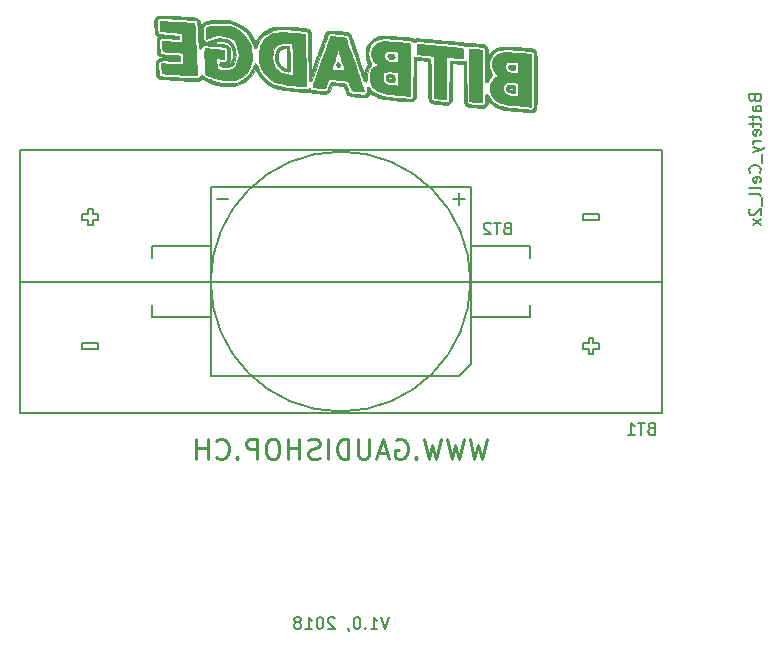
<source format=gbr>
G04 #@! TF.FileFunction,Legend,Bot*
%FSLAX46Y46*%
G04 Gerber Fmt 4.6, Leading zero omitted, Abs format (unit mm)*
G04 Created by KiCad (PCBNEW 4.0.7-e2-6376~58~ubuntu16.04.1) date Sat Jul 28 15:13:10 2018*
%MOMM*%
%LPD*%
G01*
G04 APERTURE LIST*
%ADD10C,0.100000*%
%ADD11C,0.150000*%
%ADD12C,0.270000*%
%ADD13C,0.010000*%
%ADD14C,0.152400*%
G04 APERTURE END LIST*
D10*
D11*
X104057619Y-128422381D02*
X103724286Y-129422381D01*
X103390952Y-128422381D01*
X102533809Y-129422381D02*
X103105238Y-129422381D01*
X102819524Y-129422381D02*
X102819524Y-128422381D01*
X102914762Y-128565238D01*
X103010000Y-128660476D01*
X103105238Y-128708095D01*
X102105238Y-129327143D02*
X102057619Y-129374762D01*
X102105238Y-129422381D01*
X102152857Y-129374762D01*
X102105238Y-129327143D01*
X102105238Y-129422381D01*
X101438572Y-128422381D02*
X101343333Y-128422381D01*
X101248095Y-128470000D01*
X101200476Y-128517619D01*
X101152857Y-128612857D01*
X101105238Y-128803333D01*
X101105238Y-129041429D01*
X101152857Y-129231905D01*
X101200476Y-129327143D01*
X101248095Y-129374762D01*
X101343333Y-129422381D01*
X101438572Y-129422381D01*
X101533810Y-129374762D01*
X101581429Y-129327143D01*
X101629048Y-129231905D01*
X101676667Y-129041429D01*
X101676667Y-128803333D01*
X101629048Y-128612857D01*
X101581429Y-128517619D01*
X101533810Y-128470000D01*
X101438572Y-128422381D01*
X100629048Y-129374762D02*
X100629048Y-129422381D01*
X100676667Y-129517619D01*
X100724286Y-129565238D01*
X99486191Y-128517619D02*
X99438572Y-128470000D01*
X99343334Y-128422381D01*
X99105238Y-128422381D01*
X99010000Y-128470000D01*
X98962381Y-128517619D01*
X98914762Y-128612857D01*
X98914762Y-128708095D01*
X98962381Y-128850952D01*
X99533810Y-129422381D01*
X98914762Y-129422381D01*
X98295715Y-128422381D02*
X98200476Y-128422381D01*
X98105238Y-128470000D01*
X98057619Y-128517619D01*
X98010000Y-128612857D01*
X97962381Y-128803333D01*
X97962381Y-129041429D01*
X98010000Y-129231905D01*
X98057619Y-129327143D01*
X98105238Y-129374762D01*
X98200476Y-129422381D01*
X98295715Y-129422381D01*
X98390953Y-129374762D01*
X98438572Y-129327143D01*
X98486191Y-129231905D01*
X98533810Y-129041429D01*
X98533810Y-128803333D01*
X98486191Y-128612857D01*
X98438572Y-128517619D01*
X98390953Y-128470000D01*
X98295715Y-128422381D01*
X97010000Y-129422381D02*
X97581429Y-129422381D01*
X97295715Y-129422381D02*
X97295715Y-128422381D01*
X97390953Y-128565238D01*
X97486191Y-128660476D01*
X97581429Y-128708095D01*
X96438572Y-128850952D02*
X96533810Y-128803333D01*
X96581429Y-128755714D01*
X96629048Y-128660476D01*
X96629048Y-128612857D01*
X96581429Y-128517619D01*
X96533810Y-128470000D01*
X96438572Y-128422381D01*
X96248095Y-128422381D01*
X96152857Y-128470000D01*
X96105238Y-128517619D01*
X96057619Y-128612857D01*
X96057619Y-128660476D01*
X96105238Y-128755714D01*
X96152857Y-128803333D01*
X96248095Y-128850952D01*
X96438572Y-128850952D01*
X96533810Y-128898571D01*
X96581429Y-128946190D01*
X96629048Y-129041429D01*
X96629048Y-129231905D01*
X96581429Y-129327143D01*
X96533810Y-129374762D01*
X96438572Y-129422381D01*
X96248095Y-129422381D01*
X96152857Y-129374762D01*
X96105238Y-129327143D01*
X96057619Y-129231905D01*
X96057619Y-129041429D01*
X96105238Y-128946190D01*
X96152857Y-128898571D01*
X96248095Y-128850952D01*
D12*
X112385714Y-113319048D02*
X111980952Y-115019048D01*
X111657142Y-113804762D01*
X111333333Y-115019048D01*
X110928571Y-113319048D01*
X110442857Y-113319048D02*
X110038095Y-115019048D01*
X109714285Y-113804762D01*
X109390476Y-115019048D01*
X108985714Y-113319048D01*
X108500000Y-113319048D02*
X108095238Y-115019048D01*
X107771428Y-113804762D01*
X107447619Y-115019048D01*
X107042857Y-113319048D01*
X106395238Y-114857143D02*
X106314286Y-114938095D01*
X106395238Y-115019048D01*
X106476190Y-114938095D01*
X106395238Y-114857143D01*
X106395238Y-115019048D01*
X104695238Y-113400000D02*
X104857143Y-113319048D01*
X105100000Y-113319048D01*
X105342857Y-113400000D01*
X105504762Y-113561905D01*
X105585714Y-113723810D01*
X105666666Y-114047619D01*
X105666666Y-114290476D01*
X105585714Y-114614286D01*
X105504762Y-114776190D01*
X105342857Y-114938095D01*
X105100000Y-115019048D01*
X104938095Y-115019048D01*
X104695238Y-114938095D01*
X104614286Y-114857143D01*
X104614286Y-114290476D01*
X104938095Y-114290476D01*
X103966666Y-114533333D02*
X103157143Y-114533333D01*
X104128571Y-115019048D02*
X103561905Y-113319048D01*
X102995238Y-115019048D01*
X102428571Y-113319048D02*
X102428571Y-114695238D01*
X102347619Y-114857143D01*
X102266666Y-114938095D01*
X102104762Y-115019048D01*
X101780952Y-115019048D01*
X101619047Y-114938095D01*
X101538095Y-114857143D01*
X101457143Y-114695238D01*
X101457143Y-113319048D01*
X100647619Y-115019048D02*
X100647619Y-113319048D01*
X100242857Y-113319048D01*
X100000000Y-113400000D01*
X99838095Y-113561905D01*
X99757143Y-113723810D01*
X99676191Y-114047619D01*
X99676191Y-114290476D01*
X99757143Y-114614286D01*
X99838095Y-114776190D01*
X100000000Y-114938095D01*
X100242857Y-115019048D01*
X100647619Y-115019048D01*
X98947619Y-115019048D02*
X98947619Y-113319048D01*
X98219047Y-114938095D02*
X97976190Y-115019048D01*
X97571428Y-115019048D01*
X97409524Y-114938095D01*
X97328571Y-114857143D01*
X97247619Y-114695238D01*
X97247619Y-114533333D01*
X97328571Y-114371429D01*
X97409524Y-114290476D01*
X97571428Y-114209524D01*
X97895238Y-114128571D01*
X98057143Y-114047619D01*
X98138095Y-113966667D01*
X98219047Y-113804762D01*
X98219047Y-113642857D01*
X98138095Y-113480952D01*
X98057143Y-113400000D01*
X97895238Y-113319048D01*
X97490476Y-113319048D01*
X97247619Y-113400000D01*
X96519047Y-115019048D02*
X96519047Y-113319048D01*
X96519047Y-114128571D02*
X95547619Y-114128571D01*
X95547619Y-115019048D02*
X95547619Y-113319048D01*
X94414286Y-113319048D02*
X94090476Y-113319048D01*
X93928571Y-113400000D01*
X93766667Y-113561905D01*
X93685714Y-113885714D01*
X93685714Y-114452381D01*
X93766667Y-114776190D01*
X93928571Y-114938095D01*
X94090476Y-115019048D01*
X94414286Y-115019048D01*
X94576190Y-114938095D01*
X94738095Y-114776190D01*
X94819047Y-114452381D01*
X94819047Y-113885714D01*
X94738095Y-113561905D01*
X94576190Y-113400000D01*
X94414286Y-113319048D01*
X92957143Y-115019048D02*
X92957143Y-113319048D01*
X92309524Y-113319048D01*
X92147619Y-113400000D01*
X92066667Y-113480952D01*
X91985715Y-113642857D01*
X91985715Y-113885714D01*
X92066667Y-114047619D01*
X92147619Y-114128571D01*
X92309524Y-114209524D01*
X92957143Y-114209524D01*
X91257143Y-114857143D02*
X91176191Y-114938095D01*
X91257143Y-115019048D01*
X91338095Y-114938095D01*
X91257143Y-114857143D01*
X91257143Y-115019048D01*
X89476191Y-114857143D02*
X89557143Y-114938095D01*
X89800000Y-115019048D01*
X89961905Y-115019048D01*
X90204762Y-114938095D01*
X90366667Y-114776190D01*
X90447619Y-114614286D01*
X90528571Y-114290476D01*
X90528571Y-114047619D01*
X90447619Y-113723810D01*
X90366667Y-113561905D01*
X90204762Y-113400000D01*
X89961905Y-113319048D01*
X89800000Y-113319048D01*
X89557143Y-113400000D01*
X89476191Y-113480952D01*
X88747619Y-115019048D02*
X88747619Y-113319048D01*
X88747619Y-114128571D02*
X87776191Y-114128571D01*
X87776191Y-115019048D02*
X87776191Y-113319048D01*
D11*
X89000000Y-108000000D02*
X110000000Y-108000000D01*
X89000000Y-92000000D02*
X111000000Y-92000000D01*
X89000000Y-108000000D02*
X89000000Y-92000000D01*
X111000000Y-107000000D02*
X111000000Y-92000000D01*
X111000000Y-107000000D02*
X110000000Y-108000000D01*
X111000000Y-100000000D02*
G75*
G03X111000000Y-100000000I-11000000J0D01*
G01*
X84000000Y-103000000D02*
X89000000Y-103000000D01*
X84000000Y-102000000D02*
X84000000Y-103000000D01*
X84000000Y-97000000D02*
X89000000Y-97000000D01*
X84000000Y-98000000D02*
X84000000Y-97000000D01*
X116000000Y-103000000D02*
X116000000Y-102000000D01*
X111000000Y-103000000D02*
X116000000Y-103000000D01*
X116000000Y-97000000D02*
X111000000Y-97000000D01*
X116000000Y-98000000D02*
X116000000Y-97000000D01*
X110000000Y-93500000D02*
X110000000Y-92500000D01*
X110250000Y-93000000D02*
X110500000Y-93000000D01*
X109500000Y-93000000D02*
X110250000Y-93000000D01*
X89500000Y-93000000D02*
X90500000Y-93000000D01*
D13*
G36*
X84648514Y-77486512D02*
X84566983Y-77492329D01*
X84511422Y-77504776D01*
X84470174Y-77524725D01*
X84431577Y-77553045D01*
X84428959Y-77555134D01*
X84346168Y-77629313D01*
X84287907Y-77707065D01*
X84250952Y-77801808D01*
X84232075Y-77926961D01*
X84228051Y-78095942D01*
X84235653Y-78322170D01*
X84237150Y-78352911D01*
X84251751Y-78599951D01*
X84269596Y-78786268D01*
X84293684Y-78923813D01*
X84327015Y-79024537D01*
X84372590Y-79100392D01*
X84433408Y-79163330D01*
X84442549Y-79171152D01*
X84550491Y-79261978D01*
X84475874Y-79408239D01*
X84447483Y-79468777D01*
X84428358Y-79528935D01*
X84417618Y-79602466D01*
X84414377Y-79703120D01*
X84417753Y-79844650D01*
X84426863Y-80040806D01*
X84430607Y-80112845D01*
X84444884Y-80361979D01*
X84463986Y-80556969D01*
X84496259Y-80705115D01*
X84550047Y-80813718D01*
X84633696Y-80890080D01*
X84755552Y-80941500D01*
X84923960Y-80975279D01*
X85147266Y-80998718D01*
X85433815Y-81019117D01*
X85469265Y-81021470D01*
X85690052Y-81037465D01*
X85885869Y-81054203D01*
X86045196Y-81070490D01*
X86156511Y-81085133D01*
X86208294Y-81096938D01*
X86210055Y-81098204D01*
X86189981Y-81109220D01*
X86112563Y-81112846D01*
X85992796Y-81108667D01*
X85946781Y-81105522D01*
X85605275Y-81080712D01*
X85328189Y-81063410D01*
X85107664Y-81053582D01*
X84935836Y-81051192D01*
X84804846Y-81056203D01*
X84706830Y-81068580D01*
X84633929Y-81088287D01*
X84607489Y-81099410D01*
X84521588Y-81147384D01*
X84458581Y-81205404D01*
X84415027Y-81284830D01*
X84387485Y-81397023D01*
X84372512Y-81553343D01*
X84366668Y-81765153D01*
X84366094Y-81896330D01*
X84368503Y-82169439D01*
X84380956Y-82384386D01*
X84411298Y-82548742D01*
X84467372Y-82670080D01*
X84557021Y-82755970D01*
X84688089Y-82813986D01*
X84868418Y-82851699D01*
X85105853Y-82876680D01*
X85401717Y-82896120D01*
X85648518Y-82910635D01*
X85945462Y-82928148D01*
X86270147Y-82947336D01*
X86600169Y-82966875D01*
X86913126Y-82985439D01*
X87005101Y-82990903D01*
X87306304Y-83008187D01*
X87544195Y-83019597D01*
X87727957Y-83024376D01*
X87866774Y-83021764D01*
X87969828Y-83011003D01*
X88046303Y-82991333D01*
X88105382Y-82961996D01*
X88156248Y-82922232D01*
X88186426Y-82893273D01*
X88266884Y-82812815D01*
X88508092Y-82944727D01*
X88981151Y-83162806D01*
X89488233Y-83320001D01*
X90020537Y-83414147D01*
X90533040Y-83443219D01*
X90772413Y-83439545D01*
X90961324Y-83427043D01*
X91121684Y-83403489D01*
X91268396Y-83368613D01*
X91654655Y-83227801D01*
X91994964Y-83033191D01*
X92286292Y-82787145D01*
X92525608Y-82492025D01*
X92638825Y-82300376D01*
X92789411Y-82011468D01*
X92925333Y-82290078D01*
X93142171Y-82652893D01*
X93415983Y-82973220D01*
X93740853Y-83244994D01*
X94027676Y-83420309D01*
X94249956Y-83529156D01*
X94461628Y-83613293D01*
X94686087Y-83680182D01*
X94946729Y-83737284D01*
X95116829Y-83767703D01*
X95315323Y-83797734D01*
X95550613Y-83827796D01*
X95809545Y-83856759D01*
X96078964Y-83883492D01*
X96345713Y-83906862D01*
X96596638Y-83925739D01*
X96818583Y-83938992D01*
X96998393Y-83945489D01*
X97122913Y-83944099D01*
X97145770Y-83942177D01*
X97264855Y-83938086D01*
X97363376Y-83950549D01*
X97391344Y-83960711D01*
X97457417Y-83979848D01*
X97580903Y-84001587D01*
X97746665Y-84024312D01*
X97939562Y-84046405D01*
X98144456Y-84066251D01*
X98346208Y-84082232D01*
X98529678Y-84092732D01*
X98659499Y-84096137D01*
X98795158Y-84094158D01*
X98882779Y-84081419D01*
X98946944Y-84050060D01*
X99012232Y-83992221D01*
X99025203Y-83979199D01*
X99126726Y-83837271D01*
X99213613Y-83635404D01*
X99223622Y-83604996D01*
X99305250Y-83348890D01*
X99766359Y-83395881D01*
X99977176Y-83417945D01*
X100126261Y-83435877D01*
X100224245Y-83452255D01*
X100281760Y-83469660D01*
X100309440Y-83490672D01*
X100317915Y-83517871D01*
X100318312Y-83529818D01*
X100330704Y-83586044D01*
X100363767Y-83690797D01*
X100411330Y-83825067D01*
X100432091Y-83880317D01*
X100490126Y-84026363D01*
X100536709Y-84120485D01*
X100584022Y-84179482D01*
X100644249Y-84220155D01*
X100696469Y-84244891D01*
X100830650Y-84286769D01*
X101025716Y-84323134D01*
X101269993Y-84352584D01*
X101551808Y-84373715D01*
X101859486Y-84385125D01*
X101864452Y-84385219D01*
X102211445Y-84391687D01*
X102336838Y-84266294D01*
X102410730Y-84181160D01*
X102455780Y-84107583D01*
X102462232Y-84082761D01*
X102470532Y-84035757D01*
X102502869Y-84033854D01*
X102570397Y-84079561D01*
X102616601Y-84117477D01*
X102766000Y-84221638D01*
X102964392Y-84328778D01*
X103189539Y-84427467D01*
X103297180Y-84467300D01*
X103392619Y-84491017D01*
X103549617Y-84518937D01*
X103757264Y-84549801D01*
X104004650Y-84582347D01*
X104280865Y-84615315D01*
X104574998Y-84647444D01*
X104876139Y-84677473D01*
X105173378Y-84704141D01*
X105455806Y-84726188D01*
X105644233Y-84738515D01*
X105865400Y-84744614D01*
X106029602Y-84729946D01*
X106150693Y-84690051D01*
X106242530Y-84620471D01*
X106315491Y-84522499D01*
X106332526Y-84491548D01*
X106346598Y-84455203D01*
X106357988Y-84406655D01*
X106366981Y-84339094D01*
X106373859Y-84245710D01*
X106378905Y-84119694D01*
X106382402Y-83954236D01*
X106384634Y-83742527D01*
X106385882Y-83477756D01*
X106386431Y-83153115D01*
X106386559Y-82812350D01*
X106386695Y-81218535D01*
X106504792Y-81239385D01*
X106595119Y-81251656D01*
X106733020Y-81266208D01*
X106893556Y-81280490D01*
X106949928Y-81284912D01*
X107102061Y-81296740D01*
X107230071Y-81307331D01*
X107314018Y-81315007D01*
X107331473Y-81316978D01*
X107344568Y-81326347D01*
X107355669Y-81354597D01*
X107365039Y-81407709D01*
X107372941Y-81491664D01*
X107379635Y-81612440D01*
X107385384Y-81776018D01*
X107390451Y-81988378D01*
X107395096Y-82255501D01*
X107399582Y-82583365D01*
X107404149Y-82975924D01*
X107408670Y-83368749D01*
X107413022Y-83695436D01*
X107417509Y-83962518D01*
X107422440Y-84176531D01*
X107428120Y-84344008D01*
X107434856Y-84471486D01*
X107442956Y-84565498D01*
X107452726Y-84632579D01*
X107464472Y-84679263D01*
X107478502Y-84712087D01*
X107486251Y-84725009D01*
X107537114Y-84789844D01*
X107601346Y-84840961D01*
X107689422Y-84881442D01*
X107811819Y-84914366D01*
X107979014Y-84942816D01*
X108201483Y-84969872D01*
X108381276Y-84988228D01*
X108610234Y-85010127D01*
X108779364Y-85024462D01*
X108901125Y-85031176D01*
X108987977Y-85030209D01*
X109052379Y-85021504D01*
X109106788Y-85005002D01*
X109154904Y-84984614D01*
X109299166Y-84883062D01*
X109369078Y-84782423D01*
X109386029Y-84745705D01*
X109400006Y-84703570D01*
X109411294Y-84649058D01*
X109420179Y-84575209D01*
X109426945Y-84475063D01*
X109431879Y-84341662D01*
X109435265Y-84168045D01*
X109437389Y-83947252D01*
X109438537Y-83672324D01*
X109438994Y-83336302D01*
X109439056Y-83076065D01*
X109439056Y-81506875D01*
X109738841Y-81531449D01*
X109909078Y-81546193D01*
X110078451Y-81562157D01*
X110212942Y-81576120D01*
X110223615Y-81577335D01*
X110408603Y-81598646D01*
X110432495Y-82766211D01*
X110438563Y-83078580D01*
X110444068Y-83392368D01*
X110448806Y-83693532D01*
X110452573Y-83968032D01*
X110455166Y-84201828D01*
X110456382Y-84380877D01*
X110456448Y-84418728D01*
X110458050Y-84630433D01*
X110467565Y-84801023D01*
X110492151Y-84935468D01*
X110538962Y-85038735D01*
X110615155Y-85115794D01*
X110727885Y-85171611D01*
X110884307Y-85211155D01*
X111091577Y-85239396D01*
X111356852Y-85261300D01*
X111687286Y-85281837D01*
X111700687Y-85282625D01*
X111918257Y-85291024D01*
X112074210Y-85286323D01*
X112178493Y-85268079D01*
X112200008Y-85260393D01*
X112322748Y-85172764D01*
X112410861Y-85035730D01*
X112453034Y-84868722D01*
X112455079Y-84822303D01*
X112455079Y-84665616D01*
X112581814Y-84813678D01*
X112777183Y-84997620D01*
X113027686Y-85164603D01*
X113316201Y-85305483D01*
X113625606Y-85411114D01*
X113760771Y-85443412D01*
X113867772Y-85460866D01*
X114034097Y-85482202D01*
X114246577Y-85506177D01*
X114492041Y-85531547D01*
X114757320Y-85557069D01*
X115029244Y-85581499D01*
X115294642Y-85603596D01*
X115540346Y-85622114D01*
X115753185Y-85635811D01*
X115852647Y-85640892D01*
X116081736Y-85647255D01*
X116244583Y-85642706D01*
X116346836Y-85626985D01*
X116373169Y-85616939D01*
X116443710Y-85557053D01*
X116513207Y-85462583D01*
X116527604Y-85436473D01*
X116541654Y-85406328D01*
X116553689Y-85371442D01*
X116563864Y-85326286D01*
X116572335Y-85265331D01*
X116579257Y-85183050D01*
X116584787Y-85073913D01*
X116589079Y-84932391D01*
X116592289Y-84752957D01*
X116594574Y-84530081D01*
X116596088Y-84258236D01*
X116596987Y-83931891D01*
X116597427Y-83545520D01*
X116597563Y-83093592D01*
X116597568Y-82950630D01*
X116597428Y-82475368D01*
X116597030Y-82155090D01*
X116373502Y-82155090D01*
X116372645Y-82624594D01*
X116371254Y-83002468D01*
X116369168Y-83467155D01*
X116367113Y-83864630D01*
X116364905Y-84200355D01*
X116362361Y-84479791D01*
X116359299Y-84708402D01*
X116355535Y-84891649D01*
X116350887Y-85034994D01*
X116345172Y-85143901D01*
X116338207Y-85223832D01*
X116329809Y-85280247D01*
X116319795Y-85318611D01*
X116307982Y-85344385D01*
X116294188Y-85363031D01*
X116292151Y-85365315D01*
X116262114Y-85393194D01*
X116223578Y-85414465D01*
X116169353Y-85428975D01*
X116092255Y-85436572D01*
X115985095Y-85437107D01*
X115840686Y-85430427D01*
X115651842Y-85416381D01*
X115411376Y-85394817D01*
X115112100Y-85365584D01*
X114798855Y-85333852D01*
X114468816Y-85299395D01*
X114200870Y-85269102D01*
X113984712Y-85240842D01*
X113810034Y-85212485D01*
X113666529Y-85181898D01*
X113543888Y-85146952D01*
X113431806Y-85105513D01*
X113319974Y-85055452D01*
X113225105Y-85008446D01*
X112974963Y-84856483D01*
X112779620Y-84677658D01*
X112621926Y-84455345D01*
X112584504Y-84387472D01*
X112498035Y-84234186D01*
X112429295Y-84142441D01*
X112370675Y-84105663D01*
X112314562Y-84117278D01*
X112291097Y-84134017D01*
X112264240Y-84175804D01*
X112247404Y-84255559D01*
X112238929Y-84385591D01*
X112237053Y-84534825D01*
X112235249Y-84725316D01*
X112227345Y-84857016D01*
X112209600Y-84943770D01*
X112178273Y-84999424D01*
X112129623Y-85037824D01*
X112096383Y-85055497D01*
X112019049Y-85071635D01*
X111887864Y-85076490D01*
X111718301Y-85071621D01*
X111525833Y-85058589D01*
X111325933Y-85038953D01*
X111134072Y-85014274D01*
X110965725Y-84986110D01*
X110836364Y-84956023D01*
X110761461Y-84925571D01*
X110755065Y-84920279D01*
X110740528Y-84900346D01*
X110728066Y-84867746D01*
X110717342Y-84816317D01*
X110708022Y-84739897D01*
X110699770Y-84632324D01*
X110692251Y-84487437D01*
X110685130Y-84299074D01*
X110678072Y-84061074D01*
X110670742Y-83767275D01*
X110662804Y-83411515D01*
X110656366Y-83105926D01*
X110620029Y-81353805D01*
X110438340Y-81351310D01*
X110334222Y-81348286D01*
X110177171Y-81341764D01*
X109986797Y-81332639D01*
X109782711Y-81321810D01*
X109738841Y-81319340D01*
X109221030Y-81289864D01*
X109221030Y-82906183D01*
X109220135Y-83338830D01*
X109217488Y-83714159D01*
X109213149Y-84029498D01*
X109207176Y-84282176D01*
X109199629Y-84469521D01*
X109190567Y-84588862D01*
X109182884Y-84631929D01*
X109137161Y-84720159D01*
X109065794Y-84775660D01*
X108956883Y-84801910D01*
X108798531Y-84802389D01*
X108646719Y-84788672D01*
X108471590Y-84770982D01*
X108295443Y-84756571D01*
X108151683Y-84748110D01*
X108130901Y-84747399D01*
X107930222Y-84725358D01*
X107775106Y-84674277D01*
X107676316Y-84598103D01*
X107661437Y-84575150D01*
X107650528Y-84519002D01*
X107641387Y-84394184D01*
X107633997Y-84200000D01*
X107628344Y-83935753D01*
X107624410Y-83600748D01*
X107622179Y-83194287D01*
X107621618Y-82855121D01*
X107620903Y-82515104D01*
X107619076Y-82196864D01*
X107616266Y-81907888D01*
X107612597Y-81655664D01*
X107608197Y-81447678D01*
X107603191Y-81291417D01*
X107597707Y-81194367D01*
X107593070Y-81164407D01*
X107550712Y-81148047D01*
X107449718Y-81126805D01*
X107303817Y-81102485D01*
X107126741Y-81076893D01*
X106932217Y-81051835D01*
X106733978Y-81029116D01*
X106545754Y-81010542D01*
X106381273Y-80997917D01*
X106295851Y-80993826D01*
X106186838Y-80990429D01*
X106167954Y-84383285D01*
X106072567Y-84458316D01*
X105969207Y-84512521D01*
X105863984Y-84534120D01*
X105743883Y-84530415D01*
X105565514Y-84519051D01*
X105342717Y-84501424D01*
X105089333Y-84478927D01*
X104819202Y-84452956D01*
X104546165Y-84424905D01*
X104284063Y-84396168D01*
X104046737Y-84368141D01*
X103848026Y-84342217D01*
X103701772Y-84319792D01*
X103661373Y-84312179D01*
X103277416Y-84207000D01*
X102953611Y-84062038D01*
X102688918Y-83876712D01*
X102489784Y-83660732D01*
X102389511Y-83553724D01*
X102304304Y-83514713D01*
X102243229Y-83539266D01*
X102215357Y-83622953D01*
X102229753Y-83761343D01*
X102235677Y-83784904D01*
X102252038Y-83945744D01*
X102206604Y-84070798D01*
X102100399Y-84157279D01*
X102098516Y-84158188D01*
X102019329Y-84173990D01*
X101885088Y-84178207D01*
X101712201Y-84172470D01*
X101517077Y-84158412D01*
X101316125Y-84137665D01*
X101125754Y-84111861D01*
X100962373Y-84082632D01*
X100842390Y-84051610D01*
X100790701Y-84028111D01*
X100728138Y-83957526D01*
X100662006Y-83829945D01*
X100588606Y-83638157D01*
X100584314Y-83625688D01*
X100531975Y-83478530D01*
X100485332Y-83357476D01*
X100450944Y-83279054D01*
X100438964Y-83259380D01*
X100393102Y-83245510D01*
X100289584Y-83228388D01*
X100143282Y-83209424D01*
X99969064Y-83190026D01*
X99781801Y-83171605D01*
X99596363Y-83155568D01*
X99427620Y-83143325D01*
X99290443Y-83136284D01*
X99199701Y-83135856D01*
X99173444Y-83139466D01*
X99138965Y-83181756D01*
X99093425Y-83276824D01*
X99044682Y-83407281D01*
X99025877Y-83466037D01*
X98972348Y-83630901D01*
X98920084Y-83746164D01*
X98855619Y-83819694D01*
X98765486Y-83859358D01*
X98636216Y-83873022D01*
X98454343Y-83868554D01*
X98347284Y-83862454D01*
X98051769Y-83841353D01*
X97821502Y-83817263D01*
X97649071Y-83788878D01*
X97527069Y-83754894D01*
X97448086Y-83714005D01*
X97433012Y-83701460D01*
X97376874Y-83657366D01*
X97323963Y-83651150D01*
X97241986Y-83680300D01*
X97229614Y-83685643D01*
X97123820Y-83717044D01*
X96988347Y-83727183D01*
X96829900Y-83720221D01*
X96471111Y-83692489D01*
X96173485Y-83668054D01*
X95925650Y-83645668D01*
X95716234Y-83624085D01*
X95533868Y-83602055D01*
X95367179Y-83578333D01*
X95204797Y-83551669D01*
X95067525Y-83526856D01*
X94843013Y-83482574D01*
X94668521Y-83440921D01*
X94522033Y-83394912D01*
X94381530Y-83337566D01*
X94224997Y-83261897D01*
X94213076Y-83255839D01*
X93874978Y-83047176D01*
X93572153Y-82787595D01*
X93313940Y-82487858D01*
X93109679Y-82158731D01*
X92973768Y-81827542D01*
X92907241Y-81652168D01*
X92839851Y-81547550D01*
X92773716Y-81513977D01*
X92710949Y-81551735D01*
X92653668Y-81661114D01*
X92618278Y-81779182D01*
X92553425Y-81964344D01*
X92449844Y-82173306D01*
X92322308Y-82380682D01*
X92185592Y-82561084D01*
X92125134Y-82626578D01*
X91920437Y-82797058D01*
X91668520Y-82953805D01*
X91394833Y-83082580D01*
X91180256Y-83155096D01*
X90908640Y-83204892D01*
X90590410Y-83223073D01*
X90243735Y-83210964D01*
X89886783Y-83169887D01*
X89537723Y-83101169D01*
X89235336Y-83013348D01*
X89105808Y-82963409D01*
X88948680Y-82895220D01*
X88781143Y-82817160D01*
X88620383Y-82737610D01*
X88483590Y-82664950D01*
X88387953Y-82607558D01*
X88360587Y-82586890D01*
X88264916Y-82538031D01*
X88166646Y-82544535D01*
X88091449Y-82603033D01*
X88080020Y-82623700D01*
X88016801Y-82713530D01*
X87956090Y-82766345D01*
X87937773Y-82778143D01*
X87918581Y-82787957D01*
X87892849Y-82795610D01*
X87854915Y-82800921D01*
X87799114Y-82803712D01*
X87719785Y-82803805D01*
X87611263Y-82801020D01*
X87467885Y-82795179D01*
X87283988Y-82786103D01*
X87053909Y-82773612D01*
X86771984Y-82757529D01*
X86432551Y-82737675D01*
X86029945Y-82713870D01*
X85728755Y-82696020D01*
X85415859Y-82678032D01*
X85167593Y-82662092D01*
X84976233Y-82643413D01*
X84834055Y-82617210D01*
X84733336Y-82578695D01*
X84666352Y-82523082D01*
X84625380Y-82445585D01*
X84602696Y-82341418D01*
X84590577Y-82205793D01*
X84581299Y-82033924D01*
X84578424Y-81983141D01*
X84566648Y-81767289D01*
X84564814Y-81598437D01*
X84580452Y-81471395D01*
X84621090Y-81380976D01*
X84694259Y-81321991D01*
X84807488Y-81289252D01*
X84968306Y-81277570D01*
X85184243Y-81281758D01*
X85462829Y-81296626D01*
X85565829Y-81302756D01*
X85838953Y-81318638D01*
X86048070Y-81328127D01*
X86201724Y-81329027D01*
X86308463Y-81319145D01*
X86376832Y-81296286D01*
X86415376Y-81258256D01*
X86432642Y-81202860D01*
X86437176Y-81127904D01*
X86437339Y-81078968D01*
X86431320Y-80972697D01*
X86416025Y-80900222D01*
X86405785Y-80884372D01*
X86358691Y-80874416D01*
X86253267Y-80861590D01*
X86103746Y-80847018D01*
X85924366Y-80831823D01*
X85729359Y-80817128D01*
X85532963Y-80804056D01*
X85349410Y-80793730D01*
X85192937Y-80787272D01*
X85165522Y-80786529D01*
X84964790Y-80768420D01*
X84823883Y-80722708D01*
X84733932Y-80645512D01*
X84701061Y-80583344D01*
X84684609Y-80508031D01*
X84668456Y-80378328D01*
X84654470Y-80212502D01*
X84644588Y-80030620D01*
X84626760Y-79579537D01*
X84734638Y-79471659D01*
X84798927Y-79412647D01*
X84857138Y-79382880D01*
X84934772Y-79375782D01*
X85057329Y-79384774D01*
X85067610Y-79385774D01*
X85189160Y-79395757D01*
X85361917Y-79407457D01*
X85564476Y-79419534D01*
X85775434Y-79430647D01*
X85813039Y-79432461D01*
X86333373Y-79457155D01*
X86321765Y-79315351D01*
X86310157Y-79173548D01*
X85528898Y-79127416D01*
X85293464Y-79112191D01*
X85078892Y-79095823D01*
X84897127Y-79079422D01*
X84760117Y-79064100D01*
X84679808Y-79050968D01*
X84667802Y-79047311D01*
X84598770Y-79007007D01*
X84547680Y-78945991D01*
X84511038Y-78853046D01*
X84485347Y-78716952D01*
X84467114Y-78526491D01*
X84457881Y-78373526D01*
X84448361Y-78179286D01*
X84444625Y-78043283D01*
X84448086Y-77951209D01*
X84460153Y-77888758D01*
X84482238Y-77841622D01*
X84514775Y-77796737D01*
X84596429Y-77692931D01*
X85253436Y-77716650D01*
X85579029Y-77729650D01*
X85910200Y-77745153D01*
X86238358Y-77762560D01*
X86554913Y-77781275D01*
X86851274Y-77800702D01*
X87118850Y-77820242D01*
X87349051Y-77839301D01*
X87533286Y-77857279D01*
X87662963Y-77873582D01*
X87729493Y-77887611D01*
X87732395Y-77888892D01*
X87807630Y-77952063D01*
X87850836Y-78017199D01*
X87863493Y-78078045D01*
X87877371Y-78202787D01*
X87891844Y-78382670D01*
X87906284Y-78608937D01*
X87920064Y-78872834D01*
X87931907Y-79148758D01*
X87943571Y-79419663D01*
X87956466Y-79667179D01*
X87969919Y-79881794D01*
X87983260Y-80053996D01*
X87995816Y-80174274D01*
X88006917Y-80233115D01*
X88008689Y-80236423D01*
X88078905Y-80279741D01*
X88160013Y-80254622D01*
X88245914Y-80163289D01*
X88257823Y-80145579D01*
X88313718Y-80066928D01*
X88366788Y-80026502D01*
X88443633Y-80011778D01*
X88545528Y-80010107D01*
X88653323Y-80013390D01*
X88814709Y-80021877D01*
X89010880Y-80034421D01*
X89223031Y-80049877D01*
X89308011Y-80056606D01*
X89613472Y-80081017D01*
X89854498Y-80102206D01*
X90038888Y-80124943D01*
X90174441Y-80153997D01*
X90268958Y-80194137D01*
X90330236Y-80250133D01*
X90366076Y-80326755D01*
X90384277Y-80428773D01*
X90392638Y-80560955D01*
X90398772Y-80723648D01*
X90403552Y-80903656D01*
X90402692Y-81062789D01*
X90396619Y-81183858D01*
X90385759Y-81249675D01*
X90385680Y-81249870D01*
X90313620Y-81337869D01*
X90182651Y-81390312D01*
X89989984Y-81408293D01*
X89982435Y-81408312D01*
X89853971Y-81415814D01*
X89781843Y-81447937D01*
X89750431Y-81519110D01*
X89744063Y-81628472D01*
X89765013Y-81724992D01*
X89832637Y-81791738D01*
X89954098Y-81832173D01*
X90136559Y-81849758D01*
X90204636Y-81851099D01*
X90472468Y-81831702D01*
X90686634Y-81766653D01*
X90851773Y-81651775D01*
X90972522Y-81482893D01*
X91053519Y-81255832D01*
X91089808Y-81054125D01*
X91105500Y-80792830D01*
X91105169Y-80786864D01*
X90876267Y-80786864D01*
X90858765Y-81064154D01*
X90804599Y-81282101D01*
X90711281Y-81445503D01*
X90576322Y-81559154D01*
X90446833Y-81614460D01*
X90327481Y-81648160D01*
X90274404Y-81655367D01*
X90285980Y-81635495D01*
X90360584Y-81587959D01*
X90365429Y-81585142D01*
X90456171Y-81526082D01*
X90522154Y-81461803D01*
X90567234Y-81379999D01*
X90595263Y-81268366D01*
X90610095Y-81114600D01*
X90615583Y-80906396D01*
X90616030Y-80784965D01*
X90612146Y-80521198D01*
X90595004Y-80317849D01*
X90556135Y-80166211D01*
X90487071Y-80057577D01*
X90379345Y-79983242D01*
X90224489Y-79934500D01*
X90014034Y-79902643D01*
X89739512Y-79878967D01*
X89734470Y-79878601D01*
X89538588Y-79863089D01*
X89360417Y-79846557D01*
X89216643Y-79830724D01*
X89123950Y-79817311D01*
X89109197Y-79814166D01*
X89065208Y-79791571D01*
X89074591Y-79777196D01*
X88250099Y-79777196D01*
X88244076Y-79832581D01*
X88217883Y-79845794D01*
X88191691Y-79814453D01*
X88182101Y-79745865D01*
X88187527Y-79682426D01*
X88206323Y-79684344D01*
X88217883Y-79700443D01*
X88250099Y-79777196D01*
X89074591Y-79777196D01*
X89082820Y-79764589D01*
X89151284Y-79735721D01*
X89259852Y-79707469D01*
X89397778Y-79682333D01*
X89554312Y-79662816D01*
X89718708Y-79651417D01*
X89816738Y-79649515D01*
X89990142Y-79652470D01*
X90114136Y-79663309D01*
X90211893Y-79686237D01*
X90306587Y-79725455D01*
X90346905Y-79745667D01*
X90552414Y-79882678D01*
X90705030Y-80057157D01*
X90807724Y-80274948D01*
X90863468Y-80541896D01*
X90876267Y-80786864D01*
X91105169Y-80786864D01*
X91090673Y-80526205D01*
X91048210Y-80277425D01*
X90980996Y-80069666D01*
X90962392Y-80030226D01*
X90809575Y-79805879D01*
X90608064Y-79630661D01*
X90363831Y-79505813D01*
X90082847Y-79432576D01*
X89771087Y-79412192D01*
X89434521Y-79445903D01*
X89079122Y-79534948D01*
X88895871Y-79600749D01*
X88753395Y-79655334D01*
X88659642Y-79684351D01*
X88596452Y-79690652D01*
X88545661Y-79677091D01*
X88513867Y-79660767D01*
X88443466Y-79611763D01*
X88392989Y-79548165D01*
X88359292Y-79458008D01*
X88339231Y-79329330D01*
X88329662Y-79150167D01*
X88327431Y-78951338D01*
X88329359Y-78724592D01*
X88340866Y-78557781D01*
X88369657Y-78438190D01*
X88423436Y-78353102D01*
X88509907Y-78289802D01*
X88636775Y-78235574D01*
X88792461Y-78183826D01*
X88908683Y-78148106D01*
X89009059Y-78122083D01*
X89108460Y-78104282D01*
X89221760Y-78093223D01*
X89363831Y-78087430D01*
X89549546Y-78085425D01*
X89780400Y-78085686D01*
X90076908Y-78089252D01*
X90317105Y-78099857D01*
X90517256Y-78120695D01*
X90693622Y-78154962D01*
X90862469Y-78205852D01*
X91040059Y-78276562D01*
X91242655Y-78370286D01*
X91252074Y-78374832D01*
X91630781Y-78595134D01*
X91957059Y-78863498D01*
X92228125Y-79176755D01*
X92441191Y-79531737D01*
X92582094Y-79887600D01*
X92627568Y-80022725D01*
X92671360Y-80133741D01*
X92704944Y-80199323D01*
X92708483Y-80203820D01*
X92776511Y-80242774D01*
X92845523Y-80213190D01*
X92910755Y-80118980D01*
X92956974Y-79999848D01*
X93093361Y-79678953D01*
X93290666Y-79387617D01*
X93540329Y-79134082D01*
X93833793Y-78926588D01*
X94162496Y-78773375D01*
X94266259Y-78739359D01*
X94456500Y-78689285D01*
X94647206Y-78654071D01*
X94850516Y-78633305D01*
X95078569Y-78626573D01*
X95343506Y-78633460D01*
X95657465Y-78653553D01*
X95975966Y-78681082D01*
X96292727Y-78710855D01*
X96545118Y-78735193D01*
X96741134Y-78755371D01*
X96888769Y-78772660D01*
X96996019Y-78788334D01*
X97070878Y-78803666D01*
X97121342Y-78819928D01*
X97155404Y-78838394D01*
X97181061Y-78860336D01*
X97195296Y-78875217D01*
X97219674Y-78906455D01*
X97237725Y-78947369D01*
X97250389Y-79008455D01*
X97258605Y-79100209D01*
X97263311Y-79233127D01*
X97265447Y-79417704D01*
X97265951Y-79664436D01*
X97265951Y-79665015D01*
X97266678Y-79878648D01*
X97268738Y-80149796D01*
X97271952Y-80463313D01*
X97276140Y-80804054D01*
X97281123Y-81156873D01*
X97286720Y-81506626D01*
X97290001Y-81692488D01*
X97296445Y-82036215D01*
X97302237Y-82314360D01*
X97307880Y-82534007D01*
X97313879Y-82702241D01*
X97320735Y-82826146D01*
X97328953Y-82912805D01*
X97339035Y-82969304D01*
X97351485Y-83002727D01*
X97366806Y-83020157D01*
X97384897Y-83028488D01*
X97441482Y-83034321D01*
X97491751Y-83006814D01*
X97541578Y-82937212D01*
X97596836Y-82816756D01*
X97663397Y-82636689D01*
X97680103Y-82588315D01*
X97737098Y-82423364D01*
X97810687Y-82212549D01*
X97892958Y-81978424D01*
X97975998Y-81743544D01*
X98011191Y-81644506D01*
X98093641Y-81412130D01*
X98180425Y-81166220D01*
X98263088Y-80930820D01*
X98333173Y-80729974D01*
X98356242Y-80663390D01*
X98485701Y-80289455D01*
X98594189Y-79978370D01*
X98684011Y-79724138D01*
X98757469Y-79520764D01*
X98816869Y-79362251D01*
X98864513Y-79242601D01*
X98902707Y-79155817D01*
X98933753Y-79095904D01*
X98959956Y-79056863D01*
X98982343Y-79033745D01*
X99032289Y-79000882D01*
X99095016Y-78983301D01*
X99188971Y-78978845D01*
X99332601Y-78985354D01*
X99372842Y-78988053D01*
X99681167Y-79012082D01*
X99956593Y-79038840D01*
X100190468Y-79067203D01*
X100374139Y-79096043D01*
X100498954Y-79124235D01*
X100541610Y-79140172D01*
X100567225Y-79154236D01*
X100590653Y-79172111D01*
X100614246Y-79199766D01*
X100640356Y-79243170D01*
X100671333Y-79308292D01*
X100709530Y-79401103D01*
X100757298Y-79527571D01*
X100816989Y-79693666D01*
X100890955Y-79905357D01*
X100981546Y-80168615D01*
X101091115Y-80489408D01*
X101206078Y-80826910D01*
X101302802Y-81110030D01*
X101399390Y-81391045D01*
X101491307Y-81656886D01*
X101574019Y-81894485D01*
X101642991Y-82090773D01*
X101693689Y-82232683D01*
X101697833Y-82244077D01*
X101762774Y-82425096D01*
X101825758Y-82605681D01*
X101877944Y-82760245D01*
X101901744Y-82834183D01*
X101963249Y-82983222D01*
X102032803Y-83061881D01*
X102109413Y-83069345D01*
X102155106Y-83042057D01*
X102184884Y-82990654D01*
X102201878Y-82890157D01*
X102207816Y-82729646D01*
X102207868Y-82708525D01*
X102228488Y-82406990D01*
X102294114Y-82147112D01*
X102410398Y-81909452D01*
X102463646Y-81828586D01*
X102535827Y-81720903D01*
X102587480Y-81634988D01*
X102607577Y-81589206D01*
X102607582Y-81588917D01*
X102591736Y-81541631D01*
X102550120Y-81449990D01*
X102491621Y-81333516D01*
X102489485Y-81329435D01*
X102422725Y-81188241D01*
X102383840Y-81060842D01*
X102364001Y-80912851D01*
X102358391Y-80818753D01*
X102354527Y-80582208D01*
X102370360Y-80394705D01*
X102410356Y-80234225D01*
X102478983Y-80078749D01*
X102525220Y-79996359D01*
X102669351Y-79800894D01*
X102848202Y-79651547D01*
X103074542Y-79539422D01*
X103269253Y-79478009D01*
X103422078Y-79444392D01*
X103585636Y-79422934D01*
X103771625Y-79413511D01*
X103991740Y-79416001D01*
X104257679Y-79430281D01*
X104581138Y-79456228D01*
X104660133Y-79463393D01*
X104896259Y-79485005D01*
X105142861Y-79507309D01*
X105374945Y-79528061D01*
X105567519Y-79545016D01*
X105615905Y-79549204D01*
X105796756Y-79567352D01*
X105920645Y-79587398D01*
X106003260Y-79613118D01*
X106060291Y-79648287D01*
X106072468Y-79659072D01*
X106144293Y-79717108D01*
X106207622Y-79731823D01*
X106291035Y-79705380D01*
X106344676Y-79679662D01*
X106405449Y-79654977D01*
X106475951Y-79641748D01*
X106572515Y-79639397D01*
X106711472Y-79647342D01*
X106868070Y-79661094D01*
X107150062Y-79687381D01*
X107471175Y-79716808D01*
X107818291Y-79748216D01*
X108178295Y-79780446D01*
X108538069Y-79812336D01*
X108884497Y-79842729D01*
X109204462Y-79870462D01*
X109484847Y-79894378D01*
X109712536Y-79913316D01*
X109802432Y-79920549D01*
X110052587Y-79943541D01*
X110240068Y-79968560D01*
X110374877Y-79997273D01*
X110466713Y-80031195D01*
X110614988Y-80087283D01*
X110734655Y-80095847D01*
X110806392Y-80062778D01*
X110854787Y-80051911D01*
X110960196Y-80048308D01*
X111107423Y-80050992D01*
X111281275Y-80058984D01*
X111466560Y-80071308D01*
X111648082Y-80086984D01*
X111810648Y-80105037D01*
X111939065Y-80124488D01*
X112005549Y-80139938D01*
X112062015Y-80157563D01*
X112108428Y-80176215D01*
X112145822Y-80202695D01*
X112175231Y-80243800D01*
X112197689Y-80306330D01*
X112214228Y-80397085D01*
X112225883Y-80522862D01*
X112233687Y-80690462D01*
X112238675Y-80906683D01*
X112241879Y-81178324D01*
X112244334Y-81512185D01*
X112245704Y-81719564D01*
X112255222Y-83134349D01*
X112352495Y-83145591D01*
X112416661Y-83143182D01*
X112463014Y-83106862D01*
X112509952Y-83020452D01*
X112519854Y-82998394D01*
X112591663Y-82866143D01*
X112682108Y-82736309D01*
X112704197Y-82709823D01*
X112772490Y-82619382D01*
X112813328Y-82540857D01*
X112818455Y-82516271D01*
X112806079Y-82466060D01*
X112552983Y-82466060D01*
X112548208Y-82522729D01*
X112529118Y-82551303D01*
X112487565Y-82595391D01*
X112465596Y-82593218D01*
X112457537Y-82535571D01*
X112457403Y-82434849D01*
X112459727Y-82262246D01*
X112517723Y-82378699D01*
X112552983Y-82466060D01*
X112806079Y-82466060D01*
X112803033Y-82453707D01*
X112762443Y-82348611D01*
X112705200Y-82222852D01*
X112700358Y-82212963D01*
X112645632Y-82096231D01*
X112611016Y-81999754D01*
X112591954Y-81900082D01*
X112583888Y-81773769D01*
X112582260Y-81605269D01*
X112583822Y-81433124D01*
X112591720Y-81310270D01*
X112610772Y-81213335D01*
X112645795Y-81118952D01*
X112701609Y-81003750D01*
X112709442Y-80988377D01*
X112831384Y-80790953D01*
X112979790Y-80630984D01*
X113160508Y-80506746D01*
X113379382Y-80416516D01*
X113642258Y-80358571D01*
X113954983Y-80331188D01*
X114323402Y-80332644D01*
X114753361Y-80361215D01*
X114817024Y-80367111D01*
X115049670Y-80388822D01*
X115286613Y-80410115D01*
X115505546Y-80429040D01*
X115684164Y-80443645D01*
X115743634Y-80448156D01*
X115981821Y-80473824D01*
X116155610Y-80512601D01*
X116272488Y-80566906D01*
X116339943Y-80639159D01*
X116341075Y-80641243D01*
X116350050Y-80685212D01*
X116357524Y-80782413D01*
X116363528Y-80935366D01*
X116368096Y-81146592D01*
X116371260Y-81418608D01*
X116373051Y-81753934D01*
X116373502Y-82155090D01*
X116597030Y-82155090D01*
X116596920Y-82067418D01*
X116595915Y-81721418D01*
X116594283Y-81432006D01*
X116591893Y-81193818D01*
X116588616Y-81001492D01*
X116584320Y-80849667D01*
X116578877Y-80732978D01*
X116572156Y-80646065D01*
X116564026Y-80583563D01*
X116554358Y-80540112D01*
X116543022Y-80510348D01*
X116538136Y-80501318D01*
X116470949Y-80411784D01*
X116382573Y-80345968D01*
X116260210Y-80298980D01*
X116091065Y-80265930D01*
X115862340Y-80241929D01*
X115858558Y-80241626D01*
X115664803Y-80225353D01*
X115427264Y-80204175D01*
X115174444Y-80180695D01*
X114934846Y-80157515D01*
X114907868Y-80154830D01*
X114492400Y-80119881D01*
X114133679Y-80103452D01*
X113835868Y-80105605D01*
X113603129Y-80126405D01*
X113558029Y-80134063D01*
X113226012Y-80224946D01*
X112949701Y-80361566D01*
X112727536Y-80544916D01*
X112562707Y-80767627D01*
X112455761Y-80954091D01*
X112455420Y-80614375D01*
X112447706Y-80391540D01*
X112421496Y-80227071D01*
X112371420Y-80107856D01*
X112292104Y-80020782D01*
X112185864Y-79956413D01*
X112052580Y-79909175D01*
X111910970Y-79883616D01*
X111877003Y-79882131D01*
X111777641Y-79878651D01*
X111627705Y-79869220D01*
X111448912Y-79855350D01*
X111292904Y-79841433D01*
X111070108Y-79824497D01*
X110897815Y-79820294D01*
X110785089Y-79828946D01*
X110763249Y-79834391D01*
X110659266Y-79847290D01*
X110545945Y-79808733D01*
X110543657Y-79807571D01*
X110440506Y-79773500D01*
X110282389Y-79744540D01*
X110086989Y-79723856D01*
X110068312Y-79722518D01*
X109932067Y-79712288D01*
X109738098Y-79696556D01*
X109501043Y-79676569D01*
X109235538Y-79653574D01*
X108956220Y-79628819D01*
X108748641Y-79610045D01*
X108282185Y-79567507D01*
X107882614Y-79531227D01*
X107544440Y-79500818D01*
X107262178Y-79475891D01*
X107030341Y-79456060D01*
X106843442Y-79440936D01*
X106695996Y-79430132D01*
X106582514Y-79423261D01*
X106497512Y-79419934D01*
X106435503Y-79419765D01*
X106391000Y-79422364D01*
X106358516Y-79427346D01*
X106332566Y-79434322D01*
X106320229Y-79438470D01*
X106223175Y-79457156D01*
X106143220Y-79427539D01*
X106132187Y-79420086D01*
X106051256Y-79385862D01*
X105930251Y-79358705D01*
X105846974Y-79348806D01*
X105746214Y-79340479D01*
X105588394Y-79326409D01*
X105388776Y-79308003D01*
X105162620Y-79286670D01*
X104925191Y-79263818D01*
X104915021Y-79262829D01*
X104504735Y-79226020D01*
X104157095Y-79202474D01*
X103863202Y-79192686D01*
X103614155Y-79197153D01*
X103401056Y-79216369D01*
X103215006Y-79250833D01*
X103047104Y-79301039D01*
X102888452Y-79367485D01*
X102868931Y-79376907D01*
X102633689Y-79517532D01*
X102451893Y-79689156D01*
X102306251Y-79909324D01*
X102266805Y-79987925D01*
X102220098Y-80090099D01*
X102188352Y-80175900D01*
X102168687Y-80263404D01*
X102158221Y-80370687D01*
X102154073Y-80515825D01*
X102153362Y-80699728D01*
X102154516Y-80899022D01*
X102159627Y-81043165D01*
X102171166Y-81149666D01*
X102191606Y-81236034D01*
X102223418Y-81319778D01*
X102248778Y-81375594D01*
X102344194Y-81579070D01*
X102220146Y-81775307D01*
X102140394Y-81920015D01*
X102069578Y-82079622D01*
X102038239Y-82169721D01*
X101980381Y-82367897D01*
X101764057Y-81733669D01*
X101594377Y-81236854D01*
X101446196Y-80804490D01*
X101317942Y-80432112D01*
X101208038Y-80115258D01*
X101114910Y-79849463D01*
X101036985Y-79630262D01*
X100972687Y-79453193D01*
X100920442Y-79313790D01*
X100878675Y-79207590D01*
X100845813Y-79130130D01*
X100845712Y-79129904D01*
X100805582Y-79055030D01*
X100753804Y-78994299D01*
X100682069Y-78945407D01*
X100582067Y-78906049D01*
X100445490Y-78873921D01*
X100264028Y-78846719D01*
X100029371Y-78822137D01*
X99733211Y-78797872D01*
X99617690Y-78789332D01*
X99393240Y-78773779D01*
X99228655Y-78764854D01*
X99111400Y-78762858D01*
X99028940Y-78768088D01*
X98968740Y-78780843D01*
X98918265Y-78801424D01*
X98908749Y-78806239D01*
X98872015Y-78824288D01*
X98840456Y-78840549D01*
X98811833Y-78860356D01*
X98783909Y-78889039D01*
X98754446Y-78931931D01*
X98721205Y-78994363D01*
X98681948Y-79081668D01*
X98634437Y-79199178D01*
X98576434Y-79352223D01*
X98505700Y-79546138D01*
X98419998Y-79786252D01*
X98317089Y-80077899D01*
X98194735Y-80426410D01*
X98050698Y-80837118D01*
X98022404Y-80917754D01*
X97939705Y-81153606D01*
X97853330Y-81400284D01*
X97771059Y-81635552D01*
X97700669Y-81837170D01*
X97668837Y-81928537D01*
X97532058Y-82321581D01*
X97508101Y-81474317D01*
X97500477Y-81160585D01*
X97493846Y-80803496D01*
X97488622Y-80432367D01*
X97485223Y-80076514D01*
X97484061Y-79778610D01*
X97483008Y-79477517D01*
X97478778Y-79240098D01*
X97469661Y-79057368D01*
X97453950Y-78920340D01*
X97429936Y-78820031D01*
X97395911Y-78747452D01*
X97350167Y-78693619D01*
X97290996Y-78649546D01*
X97266579Y-78634634D01*
X97175519Y-78601635D01*
X97022529Y-78569816D01*
X96818351Y-78539796D01*
X96573728Y-78512197D01*
X96299402Y-78487635D01*
X96006117Y-78466732D01*
X95704615Y-78450106D01*
X95405638Y-78438376D01*
X95119930Y-78432163D01*
X94858233Y-78432084D01*
X94631289Y-78438760D01*
X94449842Y-78452810D01*
X94357715Y-78466936D01*
X94052432Y-78560892D01*
X93747638Y-78711312D01*
X93459821Y-78906420D01*
X93205470Y-79134443D01*
X93001071Y-79383604D01*
X92941774Y-79478151D01*
X92876423Y-79587608D01*
X92824307Y-79666905D01*
X92796084Y-79699892D01*
X92795307Y-79700050D01*
X92771406Y-79670054D01*
X92724882Y-79589968D01*
X92664536Y-79475229D01*
X92645368Y-79436995D01*
X92417546Y-79051556D01*
X92141861Y-78719130D01*
X91816186Y-78437913D01*
X91438393Y-78206097D01*
X91006356Y-78021875D01*
X90960790Y-78006237D01*
X90561659Y-77872009D01*
X89798569Y-77868701D01*
X89541717Y-77867986D01*
X89344386Y-77869144D01*
X89193428Y-77873346D01*
X89075692Y-77881762D01*
X88978030Y-77895561D01*
X88887290Y-77915915D01*
X88790324Y-77943994D01*
X88726609Y-77964101D01*
X88531486Y-78031118D01*
X88392140Y-78092572D01*
X88293212Y-78157781D01*
X88219343Y-78236063D01*
X88178568Y-78296601D01*
X88109141Y-78410457D01*
X88109006Y-78218237D01*
X88086089Y-78029063D01*
X88023393Y-77862047D01*
X87929590Y-77735885D01*
X87863179Y-77688189D01*
X87798655Y-77668082D01*
X87681856Y-77648214D01*
X87510243Y-77628410D01*
X87281280Y-77608493D01*
X86992431Y-77588285D01*
X86641157Y-77567611D01*
X86224922Y-77546293D01*
X85741190Y-77524154D01*
X85187423Y-77501017D01*
X85165522Y-77500138D01*
X84936125Y-77491287D01*
X84767675Y-77486455D01*
X84648514Y-77486512D01*
X84648514Y-77486512D01*
G37*
X84648514Y-77486512D02*
X84566983Y-77492329D01*
X84511422Y-77504776D01*
X84470174Y-77524725D01*
X84431577Y-77553045D01*
X84428959Y-77555134D01*
X84346168Y-77629313D01*
X84287907Y-77707065D01*
X84250952Y-77801808D01*
X84232075Y-77926961D01*
X84228051Y-78095942D01*
X84235653Y-78322170D01*
X84237150Y-78352911D01*
X84251751Y-78599951D01*
X84269596Y-78786268D01*
X84293684Y-78923813D01*
X84327015Y-79024537D01*
X84372590Y-79100392D01*
X84433408Y-79163330D01*
X84442549Y-79171152D01*
X84550491Y-79261978D01*
X84475874Y-79408239D01*
X84447483Y-79468777D01*
X84428358Y-79528935D01*
X84417618Y-79602466D01*
X84414377Y-79703120D01*
X84417753Y-79844650D01*
X84426863Y-80040806D01*
X84430607Y-80112845D01*
X84444884Y-80361979D01*
X84463986Y-80556969D01*
X84496259Y-80705115D01*
X84550047Y-80813718D01*
X84633696Y-80890080D01*
X84755552Y-80941500D01*
X84923960Y-80975279D01*
X85147266Y-80998718D01*
X85433815Y-81019117D01*
X85469265Y-81021470D01*
X85690052Y-81037465D01*
X85885869Y-81054203D01*
X86045196Y-81070490D01*
X86156511Y-81085133D01*
X86208294Y-81096938D01*
X86210055Y-81098204D01*
X86189981Y-81109220D01*
X86112563Y-81112846D01*
X85992796Y-81108667D01*
X85946781Y-81105522D01*
X85605275Y-81080712D01*
X85328189Y-81063410D01*
X85107664Y-81053582D01*
X84935836Y-81051192D01*
X84804846Y-81056203D01*
X84706830Y-81068580D01*
X84633929Y-81088287D01*
X84607489Y-81099410D01*
X84521588Y-81147384D01*
X84458581Y-81205404D01*
X84415027Y-81284830D01*
X84387485Y-81397023D01*
X84372512Y-81553343D01*
X84366668Y-81765153D01*
X84366094Y-81896330D01*
X84368503Y-82169439D01*
X84380956Y-82384386D01*
X84411298Y-82548742D01*
X84467372Y-82670080D01*
X84557021Y-82755970D01*
X84688089Y-82813986D01*
X84868418Y-82851699D01*
X85105853Y-82876680D01*
X85401717Y-82896120D01*
X85648518Y-82910635D01*
X85945462Y-82928148D01*
X86270147Y-82947336D01*
X86600169Y-82966875D01*
X86913126Y-82985439D01*
X87005101Y-82990903D01*
X87306304Y-83008187D01*
X87544195Y-83019597D01*
X87727957Y-83024376D01*
X87866774Y-83021764D01*
X87969828Y-83011003D01*
X88046303Y-82991333D01*
X88105382Y-82961996D01*
X88156248Y-82922232D01*
X88186426Y-82893273D01*
X88266884Y-82812815D01*
X88508092Y-82944727D01*
X88981151Y-83162806D01*
X89488233Y-83320001D01*
X90020537Y-83414147D01*
X90533040Y-83443219D01*
X90772413Y-83439545D01*
X90961324Y-83427043D01*
X91121684Y-83403489D01*
X91268396Y-83368613D01*
X91654655Y-83227801D01*
X91994964Y-83033191D01*
X92286292Y-82787145D01*
X92525608Y-82492025D01*
X92638825Y-82300376D01*
X92789411Y-82011468D01*
X92925333Y-82290078D01*
X93142171Y-82652893D01*
X93415983Y-82973220D01*
X93740853Y-83244994D01*
X94027676Y-83420309D01*
X94249956Y-83529156D01*
X94461628Y-83613293D01*
X94686087Y-83680182D01*
X94946729Y-83737284D01*
X95116829Y-83767703D01*
X95315323Y-83797734D01*
X95550613Y-83827796D01*
X95809545Y-83856759D01*
X96078964Y-83883492D01*
X96345713Y-83906862D01*
X96596638Y-83925739D01*
X96818583Y-83938992D01*
X96998393Y-83945489D01*
X97122913Y-83944099D01*
X97145770Y-83942177D01*
X97264855Y-83938086D01*
X97363376Y-83950549D01*
X97391344Y-83960711D01*
X97457417Y-83979848D01*
X97580903Y-84001587D01*
X97746665Y-84024312D01*
X97939562Y-84046405D01*
X98144456Y-84066251D01*
X98346208Y-84082232D01*
X98529678Y-84092732D01*
X98659499Y-84096137D01*
X98795158Y-84094158D01*
X98882779Y-84081419D01*
X98946944Y-84050060D01*
X99012232Y-83992221D01*
X99025203Y-83979199D01*
X99126726Y-83837271D01*
X99213613Y-83635404D01*
X99223622Y-83604996D01*
X99305250Y-83348890D01*
X99766359Y-83395881D01*
X99977176Y-83417945D01*
X100126261Y-83435877D01*
X100224245Y-83452255D01*
X100281760Y-83469660D01*
X100309440Y-83490672D01*
X100317915Y-83517871D01*
X100318312Y-83529818D01*
X100330704Y-83586044D01*
X100363767Y-83690797D01*
X100411330Y-83825067D01*
X100432091Y-83880317D01*
X100490126Y-84026363D01*
X100536709Y-84120485D01*
X100584022Y-84179482D01*
X100644249Y-84220155D01*
X100696469Y-84244891D01*
X100830650Y-84286769D01*
X101025716Y-84323134D01*
X101269993Y-84352584D01*
X101551808Y-84373715D01*
X101859486Y-84385125D01*
X101864452Y-84385219D01*
X102211445Y-84391687D01*
X102336838Y-84266294D01*
X102410730Y-84181160D01*
X102455780Y-84107583D01*
X102462232Y-84082761D01*
X102470532Y-84035757D01*
X102502869Y-84033854D01*
X102570397Y-84079561D01*
X102616601Y-84117477D01*
X102766000Y-84221638D01*
X102964392Y-84328778D01*
X103189539Y-84427467D01*
X103297180Y-84467300D01*
X103392619Y-84491017D01*
X103549617Y-84518937D01*
X103757264Y-84549801D01*
X104004650Y-84582347D01*
X104280865Y-84615315D01*
X104574998Y-84647444D01*
X104876139Y-84677473D01*
X105173378Y-84704141D01*
X105455806Y-84726188D01*
X105644233Y-84738515D01*
X105865400Y-84744614D01*
X106029602Y-84729946D01*
X106150693Y-84690051D01*
X106242530Y-84620471D01*
X106315491Y-84522499D01*
X106332526Y-84491548D01*
X106346598Y-84455203D01*
X106357988Y-84406655D01*
X106366981Y-84339094D01*
X106373859Y-84245710D01*
X106378905Y-84119694D01*
X106382402Y-83954236D01*
X106384634Y-83742527D01*
X106385882Y-83477756D01*
X106386431Y-83153115D01*
X106386559Y-82812350D01*
X106386695Y-81218535D01*
X106504792Y-81239385D01*
X106595119Y-81251656D01*
X106733020Y-81266208D01*
X106893556Y-81280490D01*
X106949928Y-81284912D01*
X107102061Y-81296740D01*
X107230071Y-81307331D01*
X107314018Y-81315007D01*
X107331473Y-81316978D01*
X107344568Y-81326347D01*
X107355669Y-81354597D01*
X107365039Y-81407709D01*
X107372941Y-81491664D01*
X107379635Y-81612440D01*
X107385384Y-81776018D01*
X107390451Y-81988378D01*
X107395096Y-82255501D01*
X107399582Y-82583365D01*
X107404149Y-82975924D01*
X107408670Y-83368749D01*
X107413022Y-83695436D01*
X107417509Y-83962518D01*
X107422440Y-84176531D01*
X107428120Y-84344008D01*
X107434856Y-84471486D01*
X107442956Y-84565498D01*
X107452726Y-84632579D01*
X107464472Y-84679263D01*
X107478502Y-84712087D01*
X107486251Y-84725009D01*
X107537114Y-84789844D01*
X107601346Y-84840961D01*
X107689422Y-84881442D01*
X107811819Y-84914366D01*
X107979014Y-84942816D01*
X108201483Y-84969872D01*
X108381276Y-84988228D01*
X108610234Y-85010127D01*
X108779364Y-85024462D01*
X108901125Y-85031176D01*
X108987977Y-85030209D01*
X109052379Y-85021504D01*
X109106788Y-85005002D01*
X109154904Y-84984614D01*
X109299166Y-84883062D01*
X109369078Y-84782423D01*
X109386029Y-84745705D01*
X109400006Y-84703570D01*
X109411294Y-84649058D01*
X109420179Y-84575209D01*
X109426945Y-84475063D01*
X109431879Y-84341662D01*
X109435265Y-84168045D01*
X109437389Y-83947252D01*
X109438537Y-83672324D01*
X109438994Y-83336302D01*
X109439056Y-83076065D01*
X109439056Y-81506875D01*
X109738841Y-81531449D01*
X109909078Y-81546193D01*
X110078451Y-81562157D01*
X110212942Y-81576120D01*
X110223615Y-81577335D01*
X110408603Y-81598646D01*
X110432495Y-82766211D01*
X110438563Y-83078580D01*
X110444068Y-83392368D01*
X110448806Y-83693532D01*
X110452573Y-83968032D01*
X110455166Y-84201828D01*
X110456382Y-84380877D01*
X110456448Y-84418728D01*
X110458050Y-84630433D01*
X110467565Y-84801023D01*
X110492151Y-84935468D01*
X110538962Y-85038735D01*
X110615155Y-85115794D01*
X110727885Y-85171611D01*
X110884307Y-85211155D01*
X111091577Y-85239396D01*
X111356852Y-85261300D01*
X111687286Y-85281837D01*
X111700687Y-85282625D01*
X111918257Y-85291024D01*
X112074210Y-85286323D01*
X112178493Y-85268079D01*
X112200008Y-85260393D01*
X112322748Y-85172764D01*
X112410861Y-85035730D01*
X112453034Y-84868722D01*
X112455079Y-84822303D01*
X112455079Y-84665616D01*
X112581814Y-84813678D01*
X112777183Y-84997620D01*
X113027686Y-85164603D01*
X113316201Y-85305483D01*
X113625606Y-85411114D01*
X113760771Y-85443412D01*
X113867772Y-85460866D01*
X114034097Y-85482202D01*
X114246577Y-85506177D01*
X114492041Y-85531547D01*
X114757320Y-85557069D01*
X115029244Y-85581499D01*
X115294642Y-85603596D01*
X115540346Y-85622114D01*
X115753185Y-85635811D01*
X115852647Y-85640892D01*
X116081736Y-85647255D01*
X116244583Y-85642706D01*
X116346836Y-85626985D01*
X116373169Y-85616939D01*
X116443710Y-85557053D01*
X116513207Y-85462583D01*
X116527604Y-85436473D01*
X116541654Y-85406328D01*
X116553689Y-85371442D01*
X116563864Y-85326286D01*
X116572335Y-85265331D01*
X116579257Y-85183050D01*
X116584787Y-85073913D01*
X116589079Y-84932391D01*
X116592289Y-84752957D01*
X116594574Y-84530081D01*
X116596088Y-84258236D01*
X116596987Y-83931891D01*
X116597427Y-83545520D01*
X116597563Y-83093592D01*
X116597568Y-82950630D01*
X116597428Y-82475368D01*
X116597030Y-82155090D01*
X116373502Y-82155090D01*
X116372645Y-82624594D01*
X116371254Y-83002468D01*
X116369168Y-83467155D01*
X116367113Y-83864630D01*
X116364905Y-84200355D01*
X116362361Y-84479791D01*
X116359299Y-84708402D01*
X116355535Y-84891649D01*
X116350887Y-85034994D01*
X116345172Y-85143901D01*
X116338207Y-85223832D01*
X116329809Y-85280247D01*
X116319795Y-85318611D01*
X116307982Y-85344385D01*
X116294188Y-85363031D01*
X116292151Y-85365315D01*
X116262114Y-85393194D01*
X116223578Y-85414465D01*
X116169353Y-85428975D01*
X116092255Y-85436572D01*
X115985095Y-85437107D01*
X115840686Y-85430427D01*
X115651842Y-85416381D01*
X115411376Y-85394817D01*
X115112100Y-85365584D01*
X114798855Y-85333852D01*
X114468816Y-85299395D01*
X114200870Y-85269102D01*
X113984712Y-85240842D01*
X113810034Y-85212485D01*
X113666529Y-85181898D01*
X113543888Y-85146952D01*
X113431806Y-85105513D01*
X113319974Y-85055452D01*
X113225105Y-85008446D01*
X112974963Y-84856483D01*
X112779620Y-84677658D01*
X112621926Y-84455345D01*
X112584504Y-84387472D01*
X112498035Y-84234186D01*
X112429295Y-84142441D01*
X112370675Y-84105663D01*
X112314562Y-84117278D01*
X112291097Y-84134017D01*
X112264240Y-84175804D01*
X112247404Y-84255559D01*
X112238929Y-84385591D01*
X112237053Y-84534825D01*
X112235249Y-84725316D01*
X112227345Y-84857016D01*
X112209600Y-84943770D01*
X112178273Y-84999424D01*
X112129623Y-85037824D01*
X112096383Y-85055497D01*
X112019049Y-85071635D01*
X111887864Y-85076490D01*
X111718301Y-85071621D01*
X111525833Y-85058589D01*
X111325933Y-85038953D01*
X111134072Y-85014274D01*
X110965725Y-84986110D01*
X110836364Y-84956023D01*
X110761461Y-84925571D01*
X110755065Y-84920279D01*
X110740528Y-84900346D01*
X110728066Y-84867746D01*
X110717342Y-84816317D01*
X110708022Y-84739897D01*
X110699770Y-84632324D01*
X110692251Y-84487437D01*
X110685130Y-84299074D01*
X110678072Y-84061074D01*
X110670742Y-83767275D01*
X110662804Y-83411515D01*
X110656366Y-83105926D01*
X110620029Y-81353805D01*
X110438340Y-81351310D01*
X110334222Y-81348286D01*
X110177171Y-81341764D01*
X109986797Y-81332639D01*
X109782711Y-81321810D01*
X109738841Y-81319340D01*
X109221030Y-81289864D01*
X109221030Y-82906183D01*
X109220135Y-83338830D01*
X109217488Y-83714159D01*
X109213149Y-84029498D01*
X109207176Y-84282176D01*
X109199629Y-84469521D01*
X109190567Y-84588862D01*
X109182884Y-84631929D01*
X109137161Y-84720159D01*
X109065794Y-84775660D01*
X108956883Y-84801910D01*
X108798531Y-84802389D01*
X108646719Y-84788672D01*
X108471590Y-84770982D01*
X108295443Y-84756571D01*
X108151683Y-84748110D01*
X108130901Y-84747399D01*
X107930222Y-84725358D01*
X107775106Y-84674277D01*
X107676316Y-84598103D01*
X107661437Y-84575150D01*
X107650528Y-84519002D01*
X107641387Y-84394184D01*
X107633997Y-84200000D01*
X107628344Y-83935753D01*
X107624410Y-83600748D01*
X107622179Y-83194287D01*
X107621618Y-82855121D01*
X107620903Y-82515104D01*
X107619076Y-82196864D01*
X107616266Y-81907888D01*
X107612597Y-81655664D01*
X107608197Y-81447678D01*
X107603191Y-81291417D01*
X107597707Y-81194367D01*
X107593070Y-81164407D01*
X107550712Y-81148047D01*
X107449718Y-81126805D01*
X107303817Y-81102485D01*
X107126741Y-81076893D01*
X106932217Y-81051835D01*
X106733978Y-81029116D01*
X106545754Y-81010542D01*
X106381273Y-80997917D01*
X106295851Y-80993826D01*
X106186838Y-80990429D01*
X106167954Y-84383285D01*
X106072567Y-84458316D01*
X105969207Y-84512521D01*
X105863984Y-84534120D01*
X105743883Y-84530415D01*
X105565514Y-84519051D01*
X105342717Y-84501424D01*
X105089333Y-84478927D01*
X104819202Y-84452956D01*
X104546165Y-84424905D01*
X104284063Y-84396168D01*
X104046737Y-84368141D01*
X103848026Y-84342217D01*
X103701772Y-84319792D01*
X103661373Y-84312179D01*
X103277416Y-84207000D01*
X102953611Y-84062038D01*
X102688918Y-83876712D01*
X102489784Y-83660732D01*
X102389511Y-83553724D01*
X102304304Y-83514713D01*
X102243229Y-83539266D01*
X102215357Y-83622953D01*
X102229753Y-83761343D01*
X102235677Y-83784904D01*
X102252038Y-83945744D01*
X102206604Y-84070798D01*
X102100399Y-84157279D01*
X102098516Y-84158188D01*
X102019329Y-84173990D01*
X101885088Y-84178207D01*
X101712201Y-84172470D01*
X101517077Y-84158412D01*
X101316125Y-84137665D01*
X101125754Y-84111861D01*
X100962373Y-84082632D01*
X100842390Y-84051610D01*
X100790701Y-84028111D01*
X100728138Y-83957526D01*
X100662006Y-83829945D01*
X100588606Y-83638157D01*
X100584314Y-83625688D01*
X100531975Y-83478530D01*
X100485332Y-83357476D01*
X100450944Y-83279054D01*
X100438964Y-83259380D01*
X100393102Y-83245510D01*
X100289584Y-83228388D01*
X100143282Y-83209424D01*
X99969064Y-83190026D01*
X99781801Y-83171605D01*
X99596363Y-83155568D01*
X99427620Y-83143325D01*
X99290443Y-83136284D01*
X99199701Y-83135856D01*
X99173444Y-83139466D01*
X99138965Y-83181756D01*
X99093425Y-83276824D01*
X99044682Y-83407281D01*
X99025877Y-83466037D01*
X98972348Y-83630901D01*
X98920084Y-83746164D01*
X98855619Y-83819694D01*
X98765486Y-83859358D01*
X98636216Y-83873022D01*
X98454343Y-83868554D01*
X98347284Y-83862454D01*
X98051769Y-83841353D01*
X97821502Y-83817263D01*
X97649071Y-83788878D01*
X97527069Y-83754894D01*
X97448086Y-83714005D01*
X97433012Y-83701460D01*
X97376874Y-83657366D01*
X97323963Y-83651150D01*
X97241986Y-83680300D01*
X97229614Y-83685643D01*
X97123820Y-83717044D01*
X96988347Y-83727183D01*
X96829900Y-83720221D01*
X96471111Y-83692489D01*
X96173485Y-83668054D01*
X95925650Y-83645668D01*
X95716234Y-83624085D01*
X95533868Y-83602055D01*
X95367179Y-83578333D01*
X95204797Y-83551669D01*
X95067525Y-83526856D01*
X94843013Y-83482574D01*
X94668521Y-83440921D01*
X94522033Y-83394912D01*
X94381530Y-83337566D01*
X94224997Y-83261897D01*
X94213076Y-83255839D01*
X93874978Y-83047176D01*
X93572153Y-82787595D01*
X93313940Y-82487858D01*
X93109679Y-82158731D01*
X92973768Y-81827542D01*
X92907241Y-81652168D01*
X92839851Y-81547550D01*
X92773716Y-81513977D01*
X92710949Y-81551735D01*
X92653668Y-81661114D01*
X92618278Y-81779182D01*
X92553425Y-81964344D01*
X92449844Y-82173306D01*
X92322308Y-82380682D01*
X92185592Y-82561084D01*
X92125134Y-82626578D01*
X91920437Y-82797058D01*
X91668520Y-82953805D01*
X91394833Y-83082580D01*
X91180256Y-83155096D01*
X90908640Y-83204892D01*
X90590410Y-83223073D01*
X90243735Y-83210964D01*
X89886783Y-83169887D01*
X89537723Y-83101169D01*
X89235336Y-83013348D01*
X89105808Y-82963409D01*
X88948680Y-82895220D01*
X88781143Y-82817160D01*
X88620383Y-82737610D01*
X88483590Y-82664950D01*
X88387953Y-82607558D01*
X88360587Y-82586890D01*
X88264916Y-82538031D01*
X88166646Y-82544535D01*
X88091449Y-82603033D01*
X88080020Y-82623700D01*
X88016801Y-82713530D01*
X87956090Y-82766345D01*
X87937773Y-82778143D01*
X87918581Y-82787957D01*
X87892849Y-82795610D01*
X87854915Y-82800921D01*
X87799114Y-82803712D01*
X87719785Y-82803805D01*
X87611263Y-82801020D01*
X87467885Y-82795179D01*
X87283988Y-82786103D01*
X87053909Y-82773612D01*
X86771984Y-82757529D01*
X86432551Y-82737675D01*
X86029945Y-82713870D01*
X85728755Y-82696020D01*
X85415859Y-82678032D01*
X85167593Y-82662092D01*
X84976233Y-82643413D01*
X84834055Y-82617210D01*
X84733336Y-82578695D01*
X84666352Y-82523082D01*
X84625380Y-82445585D01*
X84602696Y-82341418D01*
X84590577Y-82205793D01*
X84581299Y-82033924D01*
X84578424Y-81983141D01*
X84566648Y-81767289D01*
X84564814Y-81598437D01*
X84580452Y-81471395D01*
X84621090Y-81380976D01*
X84694259Y-81321991D01*
X84807488Y-81289252D01*
X84968306Y-81277570D01*
X85184243Y-81281758D01*
X85462829Y-81296626D01*
X85565829Y-81302756D01*
X85838953Y-81318638D01*
X86048070Y-81328127D01*
X86201724Y-81329027D01*
X86308463Y-81319145D01*
X86376832Y-81296286D01*
X86415376Y-81258256D01*
X86432642Y-81202860D01*
X86437176Y-81127904D01*
X86437339Y-81078968D01*
X86431320Y-80972697D01*
X86416025Y-80900222D01*
X86405785Y-80884372D01*
X86358691Y-80874416D01*
X86253267Y-80861590D01*
X86103746Y-80847018D01*
X85924366Y-80831823D01*
X85729359Y-80817128D01*
X85532963Y-80804056D01*
X85349410Y-80793730D01*
X85192937Y-80787272D01*
X85165522Y-80786529D01*
X84964790Y-80768420D01*
X84823883Y-80722708D01*
X84733932Y-80645512D01*
X84701061Y-80583344D01*
X84684609Y-80508031D01*
X84668456Y-80378328D01*
X84654470Y-80212502D01*
X84644588Y-80030620D01*
X84626760Y-79579537D01*
X84734638Y-79471659D01*
X84798927Y-79412647D01*
X84857138Y-79382880D01*
X84934772Y-79375782D01*
X85057329Y-79384774D01*
X85067610Y-79385774D01*
X85189160Y-79395757D01*
X85361917Y-79407457D01*
X85564476Y-79419534D01*
X85775434Y-79430647D01*
X85813039Y-79432461D01*
X86333373Y-79457155D01*
X86321765Y-79315351D01*
X86310157Y-79173548D01*
X85528898Y-79127416D01*
X85293464Y-79112191D01*
X85078892Y-79095823D01*
X84897127Y-79079422D01*
X84760117Y-79064100D01*
X84679808Y-79050968D01*
X84667802Y-79047311D01*
X84598770Y-79007007D01*
X84547680Y-78945991D01*
X84511038Y-78853046D01*
X84485347Y-78716952D01*
X84467114Y-78526491D01*
X84457881Y-78373526D01*
X84448361Y-78179286D01*
X84444625Y-78043283D01*
X84448086Y-77951209D01*
X84460153Y-77888758D01*
X84482238Y-77841622D01*
X84514775Y-77796737D01*
X84596429Y-77692931D01*
X85253436Y-77716650D01*
X85579029Y-77729650D01*
X85910200Y-77745153D01*
X86238358Y-77762560D01*
X86554913Y-77781275D01*
X86851274Y-77800702D01*
X87118850Y-77820242D01*
X87349051Y-77839301D01*
X87533286Y-77857279D01*
X87662963Y-77873582D01*
X87729493Y-77887611D01*
X87732395Y-77888892D01*
X87807630Y-77952063D01*
X87850836Y-78017199D01*
X87863493Y-78078045D01*
X87877371Y-78202787D01*
X87891844Y-78382670D01*
X87906284Y-78608937D01*
X87920064Y-78872834D01*
X87931907Y-79148758D01*
X87943571Y-79419663D01*
X87956466Y-79667179D01*
X87969919Y-79881794D01*
X87983260Y-80053996D01*
X87995816Y-80174274D01*
X88006917Y-80233115D01*
X88008689Y-80236423D01*
X88078905Y-80279741D01*
X88160013Y-80254622D01*
X88245914Y-80163289D01*
X88257823Y-80145579D01*
X88313718Y-80066928D01*
X88366788Y-80026502D01*
X88443633Y-80011778D01*
X88545528Y-80010107D01*
X88653323Y-80013390D01*
X88814709Y-80021877D01*
X89010880Y-80034421D01*
X89223031Y-80049877D01*
X89308011Y-80056606D01*
X89613472Y-80081017D01*
X89854498Y-80102206D01*
X90038888Y-80124943D01*
X90174441Y-80153997D01*
X90268958Y-80194137D01*
X90330236Y-80250133D01*
X90366076Y-80326755D01*
X90384277Y-80428773D01*
X90392638Y-80560955D01*
X90398772Y-80723648D01*
X90403552Y-80903656D01*
X90402692Y-81062789D01*
X90396619Y-81183858D01*
X90385759Y-81249675D01*
X90385680Y-81249870D01*
X90313620Y-81337869D01*
X90182651Y-81390312D01*
X89989984Y-81408293D01*
X89982435Y-81408312D01*
X89853971Y-81415814D01*
X89781843Y-81447937D01*
X89750431Y-81519110D01*
X89744063Y-81628472D01*
X89765013Y-81724992D01*
X89832637Y-81791738D01*
X89954098Y-81832173D01*
X90136559Y-81849758D01*
X90204636Y-81851099D01*
X90472468Y-81831702D01*
X90686634Y-81766653D01*
X90851773Y-81651775D01*
X90972522Y-81482893D01*
X91053519Y-81255832D01*
X91089808Y-81054125D01*
X91105500Y-80792830D01*
X91105169Y-80786864D01*
X90876267Y-80786864D01*
X90858765Y-81064154D01*
X90804599Y-81282101D01*
X90711281Y-81445503D01*
X90576322Y-81559154D01*
X90446833Y-81614460D01*
X90327481Y-81648160D01*
X90274404Y-81655367D01*
X90285980Y-81635495D01*
X90360584Y-81587959D01*
X90365429Y-81585142D01*
X90456171Y-81526082D01*
X90522154Y-81461803D01*
X90567234Y-81379999D01*
X90595263Y-81268366D01*
X90610095Y-81114600D01*
X90615583Y-80906396D01*
X90616030Y-80784965D01*
X90612146Y-80521198D01*
X90595004Y-80317849D01*
X90556135Y-80166211D01*
X90487071Y-80057577D01*
X90379345Y-79983242D01*
X90224489Y-79934500D01*
X90014034Y-79902643D01*
X89739512Y-79878967D01*
X89734470Y-79878601D01*
X89538588Y-79863089D01*
X89360417Y-79846557D01*
X89216643Y-79830724D01*
X89123950Y-79817311D01*
X89109197Y-79814166D01*
X89065208Y-79791571D01*
X89074591Y-79777196D01*
X88250099Y-79777196D01*
X88244076Y-79832581D01*
X88217883Y-79845794D01*
X88191691Y-79814453D01*
X88182101Y-79745865D01*
X88187527Y-79682426D01*
X88206323Y-79684344D01*
X88217883Y-79700443D01*
X88250099Y-79777196D01*
X89074591Y-79777196D01*
X89082820Y-79764589D01*
X89151284Y-79735721D01*
X89259852Y-79707469D01*
X89397778Y-79682333D01*
X89554312Y-79662816D01*
X89718708Y-79651417D01*
X89816738Y-79649515D01*
X89990142Y-79652470D01*
X90114136Y-79663309D01*
X90211893Y-79686237D01*
X90306587Y-79725455D01*
X90346905Y-79745667D01*
X90552414Y-79882678D01*
X90705030Y-80057157D01*
X90807724Y-80274948D01*
X90863468Y-80541896D01*
X90876267Y-80786864D01*
X91105169Y-80786864D01*
X91090673Y-80526205D01*
X91048210Y-80277425D01*
X90980996Y-80069666D01*
X90962392Y-80030226D01*
X90809575Y-79805879D01*
X90608064Y-79630661D01*
X90363831Y-79505813D01*
X90082847Y-79432576D01*
X89771087Y-79412192D01*
X89434521Y-79445903D01*
X89079122Y-79534948D01*
X88895871Y-79600749D01*
X88753395Y-79655334D01*
X88659642Y-79684351D01*
X88596452Y-79690652D01*
X88545661Y-79677091D01*
X88513867Y-79660767D01*
X88443466Y-79611763D01*
X88392989Y-79548165D01*
X88359292Y-79458008D01*
X88339231Y-79329330D01*
X88329662Y-79150167D01*
X88327431Y-78951338D01*
X88329359Y-78724592D01*
X88340866Y-78557781D01*
X88369657Y-78438190D01*
X88423436Y-78353102D01*
X88509907Y-78289802D01*
X88636775Y-78235574D01*
X88792461Y-78183826D01*
X88908683Y-78148106D01*
X89009059Y-78122083D01*
X89108460Y-78104282D01*
X89221760Y-78093223D01*
X89363831Y-78087430D01*
X89549546Y-78085425D01*
X89780400Y-78085686D01*
X90076908Y-78089252D01*
X90317105Y-78099857D01*
X90517256Y-78120695D01*
X90693622Y-78154962D01*
X90862469Y-78205852D01*
X91040059Y-78276562D01*
X91242655Y-78370286D01*
X91252074Y-78374832D01*
X91630781Y-78595134D01*
X91957059Y-78863498D01*
X92228125Y-79176755D01*
X92441191Y-79531737D01*
X92582094Y-79887600D01*
X92627568Y-80022725D01*
X92671360Y-80133741D01*
X92704944Y-80199323D01*
X92708483Y-80203820D01*
X92776511Y-80242774D01*
X92845523Y-80213190D01*
X92910755Y-80118980D01*
X92956974Y-79999848D01*
X93093361Y-79678953D01*
X93290666Y-79387617D01*
X93540329Y-79134082D01*
X93833793Y-78926588D01*
X94162496Y-78773375D01*
X94266259Y-78739359D01*
X94456500Y-78689285D01*
X94647206Y-78654071D01*
X94850516Y-78633305D01*
X95078569Y-78626573D01*
X95343506Y-78633460D01*
X95657465Y-78653553D01*
X95975966Y-78681082D01*
X96292727Y-78710855D01*
X96545118Y-78735193D01*
X96741134Y-78755371D01*
X96888769Y-78772660D01*
X96996019Y-78788334D01*
X97070878Y-78803666D01*
X97121342Y-78819928D01*
X97155404Y-78838394D01*
X97181061Y-78860336D01*
X97195296Y-78875217D01*
X97219674Y-78906455D01*
X97237725Y-78947369D01*
X97250389Y-79008455D01*
X97258605Y-79100209D01*
X97263311Y-79233127D01*
X97265447Y-79417704D01*
X97265951Y-79664436D01*
X97265951Y-79665015D01*
X97266678Y-79878648D01*
X97268738Y-80149796D01*
X97271952Y-80463313D01*
X97276140Y-80804054D01*
X97281123Y-81156873D01*
X97286720Y-81506626D01*
X97290001Y-81692488D01*
X97296445Y-82036215D01*
X97302237Y-82314360D01*
X97307880Y-82534007D01*
X97313879Y-82702241D01*
X97320735Y-82826146D01*
X97328953Y-82912805D01*
X97339035Y-82969304D01*
X97351485Y-83002727D01*
X97366806Y-83020157D01*
X97384897Y-83028488D01*
X97441482Y-83034321D01*
X97491751Y-83006814D01*
X97541578Y-82937212D01*
X97596836Y-82816756D01*
X97663397Y-82636689D01*
X97680103Y-82588315D01*
X97737098Y-82423364D01*
X97810687Y-82212549D01*
X97892958Y-81978424D01*
X97975998Y-81743544D01*
X98011191Y-81644506D01*
X98093641Y-81412130D01*
X98180425Y-81166220D01*
X98263088Y-80930820D01*
X98333173Y-80729974D01*
X98356242Y-80663390D01*
X98485701Y-80289455D01*
X98594189Y-79978370D01*
X98684011Y-79724138D01*
X98757469Y-79520764D01*
X98816869Y-79362251D01*
X98864513Y-79242601D01*
X98902707Y-79155817D01*
X98933753Y-79095904D01*
X98959956Y-79056863D01*
X98982343Y-79033745D01*
X99032289Y-79000882D01*
X99095016Y-78983301D01*
X99188971Y-78978845D01*
X99332601Y-78985354D01*
X99372842Y-78988053D01*
X99681167Y-79012082D01*
X99956593Y-79038840D01*
X100190468Y-79067203D01*
X100374139Y-79096043D01*
X100498954Y-79124235D01*
X100541610Y-79140172D01*
X100567225Y-79154236D01*
X100590653Y-79172111D01*
X100614246Y-79199766D01*
X100640356Y-79243170D01*
X100671333Y-79308292D01*
X100709530Y-79401103D01*
X100757298Y-79527571D01*
X100816989Y-79693666D01*
X100890955Y-79905357D01*
X100981546Y-80168615D01*
X101091115Y-80489408D01*
X101206078Y-80826910D01*
X101302802Y-81110030D01*
X101399390Y-81391045D01*
X101491307Y-81656886D01*
X101574019Y-81894485D01*
X101642991Y-82090773D01*
X101693689Y-82232683D01*
X101697833Y-82244077D01*
X101762774Y-82425096D01*
X101825758Y-82605681D01*
X101877944Y-82760245D01*
X101901744Y-82834183D01*
X101963249Y-82983222D01*
X102032803Y-83061881D01*
X102109413Y-83069345D01*
X102155106Y-83042057D01*
X102184884Y-82990654D01*
X102201878Y-82890157D01*
X102207816Y-82729646D01*
X102207868Y-82708525D01*
X102228488Y-82406990D01*
X102294114Y-82147112D01*
X102410398Y-81909452D01*
X102463646Y-81828586D01*
X102535827Y-81720903D01*
X102587480Y-81634988D01*
X102607577Y-81589206D01*
X102607582Y-81588917D01*
X102591736Y-81541631D01*
X102550120Y-81449990D01*
X102491621Y-81333516D01*
X102489485Y-81329435D01*
X102422725Y-81188241D01*
X102383840Y-81060842D01*
X102364001Y-80912851D01*
X102358391Y-80818753D01*
X102354527Y-80582208D01*
X102370360Y-80394705D01*
X102410356Y-80234225D01*
X102478983Y-80078749D01*
X102525220Y-79996359D01*
X102669351Y-79800894D01*
X102848202Y-79651547D01*
X103074542Y-79539422D01*
X103269253Y-79478009D01*
X103422078Y-79444392D01*
X103585636Y-79422934D01*
X103771625Y-79413511D01*
X103991740Y-79416001D01*
X104257679Y-79430281D01*
X104581138Y-79456228D01*
X104660133Y-79463393D01*
X104896259Y-79485005D01*
X105142861Y-79507309D01*
X105374945Y-79528061D01*
X105567519Y-79545016D01*
X105615905Y-79549204D01*
X105796756Y-79567352D01*
X105920645Y-79587398D01*
X106003260Y-79613118D01*
X106060291Y-79648287D01*
X106072468Y-79659072D01*
X106144293Y-79717108D01*
X106207622Y-79731823D01*
X106291035Y-79705380D01*
X106344676Y-79679662D01*
X106405449Y-79654977D01*
X106475951Y-79641748D01*
X106572515Y-79639397D01*
X106711472Y-79647342D01*
X106868070Y-79661094D01*
X107150062Y-79687381D01*
X107471175Y-79716808D01*
X107818291Y-79748216D01*
X108178295Y-79780446D01*
X108538069Y-79812336D01*
X108884497Y-79842729D01*
X109204462Y-79870462D01*
X109484847Y-79894378D01*
X109712536Y-79913316D01*
X109802432Y-79920549D01*
X110052587Y-79943541D01*
X110240068Y-79968560D01*
X110374877Y-79997273D01*
X110466713Y-80031195D01*
X110614988Y-80087283D01*
X110734655Y-80095847D01*
X110806392Y-80062778D01*
X110854787Y-80051911D01*
X110960196Y-80048308D01*
X111107423Y-80050992D01*
X111281275Y-80058984D01*
X111466560Y-80071308D01*
X111648082Y-80086984D01*
X111810648Y-80105037D01*
X111939065Y-80124488D01*
X112005549Y-80139938D01*
X112062015Y-80157563D01*
X112108428Y-80176215D01*
X112145822Y-80202695D01*
X112175231Y-80243800D01*
X112197689Y-80306330D01*
X112214228Y-80397085D01*
X112225883Y-80522862D01*
X112233687Y-80690462D01*
X112238675Y-80906683D01*
X112241879Y-81178324D01*
X112244334Y-81512185D01*
X112245704Y-81719564D01*
X112255222Y-83134349D01*
X112352495Y-83145591D01*
X112416661Y-83143182D01*
X112463014Y-83106862D01*
X112509952Y-83020452D01*
X112519854Y-82998394D01*
X112591663Y-82866143D01*
X112682108Y-82736309D01*
X112704197Y-82709823D01*
X112772490Y-82619382D01*
X112813328Y-82540857D01*
X112818455Y-82516271D01*
X112806079Y-82466060D01*
X112552983Y-82466060D01*
X112548208Y-82522729D01*
X112529118Y-82551303D01*
X112487565Y-82595391D01*
X112465596Y-82593218D01*
X112457537Y-82535571D01*
X112457403Y-82434849D01*
X112459727Y-82262246D01*
X112517723Y-82378699D01*
X112552983Y-82466060D01*
X112806079Y-82466060D01*
X112803033Y-82453707D01*
X112762443Y-82348611D01*
X112705200Y-82222852D01*
X112700358Y-82212963D01*
X112645632Y-82096231D01*
X112611016Y-81999754D01*
X112591954Y-81900082D01*
X112583888Y-81773769D01*
X112582260Y-81605269D01*
X112583822Y-81433124D01*
X112591720Y-81310270D01*
X112610772Y-81213335D01*
X112645795Y-81118952D01*
X112701609Y-81003750D01*
X112709442Y-80988377D01*
X112831384Y-80790953D01*
X112979790Y-80630984D01*
X113160508Y-80506746D01*
X113379382Y-80416516D01*
X113642258Y-80358571D01*
X113954983Y-80331188D01*
X114323402Y-80332644D01*
X114753361Y-80361215D01*
X114817024Y-80367111D01*
X115049670Y-80388822D01*
X115286613Y-80410115D01*
X115505546Y-80429040D01*
X115684164Y-80443645D01*
X115743634Y-80448156D01*
X115981821Y-80473824D01*
X116155610Y-80512601D01*
X116272488Y-80566906D01*
X116339943Y-80639159D01*
X116341075Y-80641243D01*
X116350050Y-80685212D01*
X116357524Y-80782413D01*
X116363528Y-80935366D01*
X116368096Y-81146592D01*
X116371260Y-81418608D01*
X116373051Y-81753934D01*
X116373502Y-82155090D01*
X116597030Y-82155090D01*
X116596920Y-82067418D01*
X116595915Y-81721418D01*
X116594283Y-81432006D01*
X116591893Y-81193818D01*
X116588616Y-81001492D01*
X116584320Y-80849667D01*
X116578877Y-80732978D01*
X116572156Y-80646065D01*
X116564026Y-80583563D01*
X116554358Y-80540112D01*
X116543022Y-80510348D01*
X116538136Y-80501318D01*
X116470949Y-80411784D01*
X116382573Y-80345968D01*
X116260210Y-80298980D01*
X116091065Y-80265930D01*
X115862340Y-80241929D01*
X115858558Y-80241626D01*
X115664803Y-80225353D01*
X115427264Y-80204175D01*
X115174444Y-80180695D01*
X114934846Y-80157515D01*
X114907868Y-80154830D01*
X114492400Y-80119881D01*
X114133679Y-80103452D01*
X113835868Y-80105605D01*
X113603129Y-80126405D01*
X113558029Y-80134063D01*
X113226012Y-80224946D01*
X112949701Y-80361566D01*
X112727536Y-80544916D01*
X112562707Y-80767627D01*
X112455761Y-80954091D01*
X112455420Y-80614375D01*
X112447706Y-80391540D01*
X112421496Y-80227071D01*
X112371420Y-80107856D01*
X112292104Y-80020782D01*
X112185864Y-79956413D01*
X112052580Y-79909175D01*
X111910970Y-79883616D01*
X111877003Y-79882131D01*
X111777641Y-79878651D01*
X111627705Y-79869220D01*
X111448912Y-79855350D01*
X111292904Y-79841433D01*
X111070108Y-79824497D01*
X110897815Y-79820294D01*
X110785089Y-79828946D01*
X110763249Y-79834391D01*
X110659266Y-79847290D01*
X110545945Y-79808733D01*
X110543657Y-79807571D01*
X110440506Y-79773500D01*
X110282389Y-79744540D01*
X110086989Y-79723856D01*
X110068312Y-79722518D01*
X109932067Y-79712288D01*
X109738098Y-79696556D01*
X109501043Y-79676569D01*
X109235538Y-79653574D01*
X108956220Y-79628819D01*
X108748641Y-79610045D01*
X108282185Y-79567507D01*
X107882614Y-79531227D01*
X107544440Y-79500818D01*
X107262178Y-79475891D01*
X107030341Y-79456060D01*
X106843442Y-79440936D01*
X106695996Y-79430132D01*
X106582514Y-79423261D01*
X106497512Y-79419934D01*
X106435503Y-79419765D01*
X106391000Y-79422364D01*
X106358516Y-79427346D01*
X106332566Y-79434322D01*
X106320229Y-79438470D01*
X106223175Y-79457156D01*
X106143220Y-79427539D01*
X106132187Y-79420086D01*
X106051256Y-79385862D01*
X105930251Y-79358705D01*
X105846974Y-79348806D01*
X105746214Y-79340479D01*
X105588394Y-79326409D01*
X105388776Y-79308003D01*
X105162620Y-79286670D01*
X104925191Y-79263818D01*
X104915021Y-79262829D01*
X104504735Y-79226020D01*
X104157095Y-79202474D01*
X103863202Y-79192686D01*
X103614155Y-79197153D01*
X103401056Y-79216369D01*
X103215006Y-79250833D01*
X103047104Y-79301039D01*
X102888452Y-79367485D01*
X102868931Y-79376907D01*
X102633689Y-79517532D01*
X102451893Y-79689156D01*
X102306251Y-79909324D01*
X102266805Y-79987925D01*
X102220098Y-80090099D01*
X102188352Y-80175900D01*
X102168687Y-80263404D01*
X102158221Y-80370687D01*
X102154073Y-80515825D01*
X102153362Y-80699728D01*
X102154516Y-80899022D01*
X102159627Y-81043165D01*
X102171166Y-81149666D01*
X102191606Y-81236034D01*
X102223418Y-81319778D01*
X102248778Y-81375594D01*
X102344194Y-81579070D01*
X102220146Y-81775307D01*
X102140394Y-81920015D01*
X102069578Y-82079622D01*
X102038239Y-82169721D01*
X101980381Y-82367897D01*
X101764057Y-81733669D01*
X101594377Y-81236854D01*
X101446196Y-80804490D01*
X101317942Y-80432112D01*
X101208038Y-80115258D01*
X101114910Y-79849463D01*
X101036985Y-79630262D01*
X100972687Y-79453193D01*
X100920442Y-79313790D01*
X100878675Y-79207590D01*
X100845813Y-79130130D01*
X100845712Y-79129904D01*
X100805582Y-79055030D01*
X100753804Y-78994299D01*
X100682069Y-78945407D01*
X100582067Y-78906049D01*
X100445490Y-78873921D01*
X100264028Y-78846719D01*
X100029371Y-78822137D01*
X99733211Y-78797872D01*
X99617690Y-78789332D01*
X99393240Y-78773779D01*
X99228655Y-78764854D01*
X99111400Y-78762858D01*
X99028940Y-78768088D01*
X98968740Y-78780843D01*
X98918265Y-78801424D01*
X98908749Y-78806239D01*
X98872015Y-78824288D01*
X98840456Y-78840549D01*
X98811833Y-78860356D01*
X98783909Y-78889039D01*
X98754446Y-78931931D01*
X98721205Y-78994363D01*
X98681948Y-79081668D01*
X98634437Y-79199178D01*
X98576434Y-79352223D01*
X98505700Y-79546138D01*
X98419998Y-79786252D01*
X98317089Y-80077899D01*
X98194735Y-80426410D01*
X98050698Y-80837118D01*
X98022404Y-80917754D01*
X97939705Y-81153606D01*
X97853330Y-81400284D01*
X97771059Y-81635552D01*
X97700669Y-81837170D01*
X97668837Y-81928537D01*
X97532058Y-82321581D01*
X97508101Y-81474317D01*
X97500477Y-81160585D01*
X97493846Y-80803496D01*
X97488622Y-80432367D01*
X97485223Y-80076514D01*
X97484061Y-79778610D01*
X97483008Y-79477517D01*
X97478778Y-79240098D01*
X97469661Y-79057368D01*
X97453950Y-78920340D01*
X97429936Y-78820031D01*
X97395911Y-78747452D01*
X97350167Y-78693619D01*
X97290996Y-78649546D01*
X97266579Y-78634634D01*
X97175519Y-78601635D01*
X97022529Y-78569816D01*
X96818351Y-78539796D01*
X96573728Y-78512197D01*
X96299402Y-78487635D01*
X96006117Y-78466732D01*
X95704615Y-78450106D01*
X95405638Y-78438376D01*
X95119930Y-78432163D01*
X94858233Y-78432084D01*
X94631289Y-78438760D01*
X94449842Y-78452810D01*
X94357715Y-78466936D01*
X94052432Y-78560892D01*
X93747638Y-78711312D01*
X93459821Y-78906420D01*
X93205470Y-79134443D01*
X93001071Y-79383604D01*
X92941774Y-79478151D01*
X92876423Y-79587608D01*
X92824307Y-79666905D01*
X92796084Y-79699892D01*
X92795307Y-79700050D01*
X92771406Y-79670054D01*
X92724882Y-79589968D01*
X92664536Y-79475229D01*
X92645368Y-79436995D01*
X92417546Y-79051556D01*
X92141861Y-78719130D01*
X91816186Y-78437913D01*
X91438393Y-78206097D01*
X91006356Y-78021875D01*
X90960790Y-78006237D01*
X90561659Y-77872009D01*
X89798569Y-77868701D01*
X89541717Y-77867986D01*
X89344386Y-77869144D01*
X89193428Y-77873346D01*
X89075692Y-77881762D01*
X88978030Y-77895561D01*
X88887290Y-77915915D01*
X88790324Y-77943994D01*
X88726609Y-77964101D01*
X88531486Y-78031118D01*
X88392140Y-78092572D01*
X88293212Y-78157781D01*
X88219343Y-78236063D01*
X88178568Y-78296601D01*
X88109141Y-78410457D01*
X88109006Y-78218237D01*
X88086089Y-78029063D01*
X88023393Y-77862047D01*
X87929590Y-77735885D01*
X87863179Y-77688189D01*
X87798655Y-77668082D01*
X87681856Y-77648214D01*
X87510243Y-77628410D01*
X87281280Y-77608493D01*
X86992431Y-77588285D01*
X86641157Y-77567611D01*
X86224922Y-77546293D01*
X85741190Y-77524154D01*
X85187423Y-77501017D01*
X85165522Y-77500138D01*
X84936125Y-77491287D01*
X84767675Y-77486455D01*
X84648514Y-77486512D01*
G36*
X113895033Y-80585304D02*
X113890415Y-80585656D01*
X113574377Y-80632788D01*
X113318537Y-80718120D01*
X113119578Y-80844537D01*
X112974178Y-81014925D01*
X112879019Y-81232168D01*
X112830781Y-81499153D01*
X112830078Y-81507321D01*
X112828230Y-81773271D01*
X112875722Y-81997734D01*
X112978582Y-82197585D01*
X113142843Y-82389699D01*
X113146795Y-82393577D01*
X113360212Y-82602405D01*
X113248769Y-82626882D01*
X113122438Y-82683278D01*
X112987672Y-82789845D01*
X112862636Y-82929123D01*
X112765496Y-83083650D01*
X112758601Y-83098011D01*
X112714902Y-83206440D01*
X112688837Y-83317198D01*
X112676373Y-83454738D01*
X112673459Y-83614459D01*
X112689574Y-83900105D01*
X112742166Y-84135218D01*
X112836602Y-84334947D01*
X112978249Y-84514438D01*
X113000309Y-84536974D01*
X113114783Y-84642025D01*
X113235841Y-84730893D01*
X113371684Y-84805897D01*
X113530516Y-84869361D01*
X113720538Y-84923603D01*
X113949954Y-84970946D01*
X114226964Y-85013710D01*
X114559773Y-85054217D01*
X114956581Y-85094786D01*
X114979283Y-85096957D01*
X115238972Y-85121363D01*
X115479177Y-85143275D01*
X115689054Y-85161754D01*
X115857754Y-85175865D01*
X115974432Y-85184670D01*
X116025250Y-85187287D01*
X116125179Y-85187425D01*
X116125179Y-83159300D01*
X115035050Y-83159300D01*
X115035050Y-84322141D01*
X114862446Y-84301803D01*
X114728578Y-84286832D01*
X114565152Y-84269647D01*
X114453648Y-84258490D01*
X114191487Y-84209870D01*
X113989638Y-84120989D01*
X113848265Y-83992032D01*
X113767532Y-83823185D01*
X113747601Y-83614634D01*
X113763989Y-83475421D01*
X113802957Y-83342430D01*
X113869946Y-83243221D01*
X113972846Y-83174872D01*
X114119545Y-83134464D01*
X114317933Y-83119075D01*
X114575898Y-83125784D01*
X114688077Y-83133286D01*
X115035050Y-83159300D01*
X116125179Y-83159300D01*
X116125179Y-81917471D01*
X115035050Y-81917471D01*
X115035050Y-82386003D01*
X114844277Y-82367173D01*
X114695943Y-82350933D01*
X114524626Y-82329935D01*
X114429537Y-82317275D01*
X114293446Y-82290845D01*
X114174316Y-82254799D01*
X114114714Y-82226677D01*
X114004034Y-82114585D01*
X113936764Y-81964858D01*
X113915232Y-81798612D01*
X113941765Y-81636967D01*
X114018689Y-81501040D01*
X114033079Y-81485794D01*
X114077316Y-81444791D01*
X114121890Y-81417911D01*
X114182096Y-81402568D01*
X114273233Y-81396172D01*
X114410598Y-81396136D01*
X114548286Y-81398627D01*
X114717235Y-81403715D01*
X114859808Y-81411130D01*
X114960098Y-81419840D01*
X115001211Y-81428025D01*
X115013905Y-81470275D01*
X115024428Y-81570828D01*
X115031788Y-81715320D01*
X115034990Y-81889388D01*
X115035050Y-81917471D01*
X116125179Y-81917471D01*
X116125179Y-80755619D01*
X116043419Y-80737405D01*
X115948127Y-80722189D01*
X115793657Y-80704490D01*
X115593067Y-80685227D01*
X115359416Y-80665322D01*
X115105762Y-80645695D01*
X114845163Y-80627266D01*
X114590677Y-80610955D01*
X114355362Y-80597683D01*
X114152278Y-80588370D01*
X113994483Y-80583937D01*
X113895033Y-80585304D01*
X113895033Y-80585304D01*
G37*
X113895033Y-80585304D02*
X113890415Y-80585656D01*
X113574377Y-80632788D01*
X113318537Y-80718120D01*
X113119578Y-80844537D01*
X112974178Y-81014925D01*
X112879019Y-81232168D01*
X112830781Y-81499153D01*
X112830078Y-81507321D01*
X112828230Y-81773271D01*
X112875722Y-81997734D01*
X112978582Y-82197585D01*
X113142843Y-82389699D01*
X113146795Y-82393577D01*
X113360212Y-82602405D01*
X113248769Y-82626882D01*
X113122438Y-82683278D01*
X112987672Y-82789845D01*
X112862636Y-82929123D01*
X112765496Y-83083650D01*
X112758601Y-83098011D01*
X112714902Y-83206440D01*
X112688837Y-83317198D01*
X112676373Y-83454738D01*
X112673459Y-83614459D01*
X112689574Y-83900105D01*
X112742166Y-84135218D01*
X112836602Y-84334947D01*
X112978249Y-84514438D01*
X113000309Y-84536974D01*
X113114783Y-84642025D01*
X113235841Y-84730893D01*
X113371684Y-84805897D01*
X113530516Y-84869361D01*
X113720538Y-84923603D01*
X113949954Y-84970946D01*
X114226964Y-85013710D01*
X114559773Y-85054217D01*
X114956581Y-85094786D01*
X114979283Y-85096957D01*
X115238972Y-85121363D01*
X115479177Y-85143275D01*
X115689054Y-85161754D01*
X115857754Y-85175865D01*
X115974432Y-85184670D01*
X116025250Y-85187287D01*
X116125179Y-85187425D01*
X116125179Y-83159300D01*
X115035050Y-83159300D01*
X115035050Y-84322141D01*
X114862446Y-84301803D01*
X114728578Y-84286832D01*
X114565152Y-84269647D01*
X114453648Y-84258490D01*
X114191487Y-84209870D01*
X113989638Y-84120989D01*
X113848265Y-83992032D01*
X113767532Y-83823185D01*
X113747601Y-83614634D01*
X113763989Y-83475421D01*
X113802957Y-83342430D01*
X113869946Y-83243221D01*
X113972846Y-83174872D01*
X114119545Y-83134464D01*
X114317933Y-83119075D01*
X114575898Y-83125784D01*
X114688077Y-83133286D01*
X115035050Y-83159300D01*
X116125179Y-83159300D01*
X116125179Y-81917471D01*
X115035050Y-81917471D01*
X115035050Y-82386003D01*
X114844277Y-82367173D01*
X114695943Y-82350933D01*
X114524626Y-82329935D01*
X114429537Y-82317275D01*
X114293446Y-82290845D01*
X114174316Y-82254799D01*
X114114714Y-82226677D01*
X114004034Y-82114585D01*
X113936764Y-81964858D01*
X113915232Y-81798612D01*
X113941765Y-81636967D01*
X114018689Y-81501040D01*
X114033079Y-81485794D01*
X114077316Y-81444791D01*
X114121890Y-81417911D01*
X114182096Y-81402568D01*
X114273233Y-81396172D01*
X114410598Y-81396136D01*
X114548286Y-81398627D01*
X114717235Y-81403715D01*
X114859808Y-81411130D01*
X114960098Y-81419840D01*
X115001211Y-81428025D01*
X115013905Y-81470275D01*
X115024428Y-81570828D01*
X115031788Y-81715320D01*
X115034990Y-81889388D01*
X115035050Y-81917471D01*
X116125179Y-81917471D01*
X116125179Y-80755619D01*
X116043419Y-80737405D01*
X115948127Y-80722189D01*
X115793657Y-80704490D01*
X115593067Y-80685227D01*
X115359416Y-80665322D01*
X115105762Y-80645695D01*
X114845163Y-80627266D01*
X114590677Y-80610955D01*
X114355362Y-80597683D01*
X114152278Y-80588370D01*
X113994483Y-80583937D01*
X113895033Y-80585304D01*
G36*
X110901366Y-82507525D02*
X110910730Y-84733204D01*
X111310443Y-84775214D01*
X111488938Y-84792980D01*
X111654816Y-84807727D01*
X111786129Y-84817598D01*
X111846703Y-84820636D01*
X111983248Y-84824048D01*
X111973884Y-82598369D01*
X111964521Y-80372689D01*
X111510300Y-80329969D01*
X111328940Y-80313300D01*
X111167871Y-80299212D01*
X111044247Y-80289157D01*
X110975223Y-80284588D01*
X110974041Y-80284547D01*
X110892002Y-80281845D01*
X110901366Y-82507525D01*
X110901366Y-82507525D01*
G37*
X110901366Y-82507525D02*
X110910730Y-84733204D01*
X111310443Y-84775214D01*
X111488938Y-84792980D01*
X111654816Y-84807727D01*
X111786129Y-84817598D01*
X111846703Y-84820636D01*
X111983248Y-84824048D01*
X111973884Y-82598369D01*
X111964521Y-80372689D01*
X111510300Y-80329969D01*
X111328940Y-80313300D01*
X111167871Y-80299212D01*
X111044247Y-80289157D01*
X110975223Y-80284588D01*
X110974041Y-80284547D01*
X110892002Y-80281845D01*
X110901366Y-82507525D01*
G36*
X106459370Y-80747846D02*
X106595637Y-80768087D01*
X106683075Y-80778600D01*
X106824447Y-80792835D01*
X107001214Y-80809032D01*
X107194843Y-80825429D01*
X107222461Y-80827657D01*
X107410597Y-80843492D01*
X107578275Y-80858991D01*
X107709215Y-80872552D01*
X107787141Y-80882572D01*
X107794778Y-80883979D01*
X107876538Y-80900969D01*
X107876538Y-84454898D01*
X107976466Y-84474053D01*
X108059110Y-84485510D01*
X108189665Y-84498893D01*
X108343496Y-84511749D01*
X108385265Y-84514773D01*
X108547666Y-84527351D01*
X108699682Y-84541249D01*
X108813318Y-84553860D01*
X108830400Y-84556205D01*
X108966667Y-84576073D01*
X108966667Y-80968967D01*
X109084764Y-80987811D01*
X109165741Y-80997897D01*
X109300888Y-81011727D01*
X109471908Y-81027536D01*
X109660504Y-81043559D01*
X109675250Y-81044753D01*
X109862241Y-81060468D01*
X110030924Y-81075803D01*
X110163806Y-81089091D01*
X110243391Y-81098663D01*
X110247568Y-81099322D01*
X110347496Y-81115794D01*
X110347496Y-80681343D01*
X110346894Y-80497709D01*
X110343565Y-80374133D01*
X110335225Y-80298000D01*
X110319588Y-80256693D01*
X110294371Y-80237597D01*
X110265737Y-80229829D01*
X110213708Y-80223239D01*
X110096836Y-80211072D01*
X109922678Y-80194036D01*
X109698795Y-80172840D01*
X109432746Y-80148191D01*
X109132088Y-80120799D01*
X108804382Y-80091370D01*
X108494277Y-80063879D01*
X108144801Y-80032960D01*
X107812313Y-80003304D01*
X107504904Y-79975651D01*
X107230667Y-79950740D01*
X106997694Y-79929307D01*
X106814079Y-79912094D01*
X106687912Y-79899837D01*
X106631974Y-79893880D01*
X106459370Y-79872768D01*
X106459370Y-80747846D01*
X106459370Y-80747846D01*
G37*
X106459370Y-80747846D02*
X106595637Y-80768087D01*
X106683075Y-80778600D01*
X106824447Y-80792835D01*
X107001214Y-80809032D01*
X107194843Y-80825429D01*
X107222461Y-80827657D01*
X107410597Y-80843492D01*
X107578275Y-80858991D01*
X107709215Y-80872552D01*
X107787141Y-80882572D01*
X107794778Y-80883979D01*
X107876538Y-80900969D01*
X107876538Y-84454898D01*
X107976466Y-84474053D01*
X108059110Y-84485510D01*
X108189665Y-84498893D01*
X108343496Y-84511749D01*
X108385265Y-84514773D01*
X108547666Y-84527351D01*
X108699682Y-84541249D01*
X108813318Y-84553860D01*
X108830400Y-84556205D01*
X108966667Y-84576073D01*
X108966667Y-80968967D01*
X109084764Y-80987811D01*
X109165741Y-80997897D01*
X109300888Y-81011727D01*
X109471908Y-81027536D01*
X109660504Y-81043559D01*
X109675250Y-81044753D01*
X109862241Y-81060468D01*
X110030924Y-81075803D01*
X110163806Y-81089091D01*
X110243391Y-81098663D01*
X110247568Y-81099322D01*
X110347496Y-81115794D01*
X110347496Y-80681343D01*
X110346894Y-80497709D01*
X110343565Y-80374133D01*
X110335225Y-80298000D01*
X110319588Y-80256693D01*
X110294371Y-80237597D01*
X110265737Y-80229829D01*
X110213708Y-80223239D01*
X110096836Y-80211072D01*
X109922678Y-80194036D01*
X109698795Y-80172840D01*
X109432746Y-80148191D01*
X109132088Y-80120799D01*
X108804382Y-80091370D01*
X108494277Y-80063879D01*
X108144801Y-80032960D01*
X107812313Y-80003304D01*
X107504904Y-79975651D01*
X107230667Y-79950740D01*
X106997694Y-79929307D01*
X106814079Y-79912094D01*
X106687912Y-79899837D01*
X106631974Y-79893880D01*
X106459370Y-79872768D01*
X106459370Y-80747846D01*
G36*
X103650106Y-79675927D02*
X103645048Y-79676323D01*
X103329902Y-79726255D01*
X103073509Y-79818575D01*
X102874708Y-79954535D01*
X102732339Y-80135387D01*
X102645242Y-80362384D01*
X102612256Y-80636776D01*
X102615409Y-80787484D01*
X102647350Y-81028448D01*
X102717375Y-81223434D01*
X102835366Y-81393443D01*
X102956887Y-81513339D01*
X103043009Y-81592687D01*
X103099099Y-81651294D01*
X103112841Y-81675012D01*
X103072256Y-81694963D01*
X102993069Y-81728223D01*
X102984188Y-81731770D01*
X102837879Y-81819522D01*
X102694334Y-81957189D01*
X102574312Y-82124275D01*
X102559245Y-82151310D01*
X102523063Y-82229381D01*
X102499753Y-82313322D01*
X102486671Y-82421496D01*
X102481167Y-82572266D01*
X102480400Y-82698297D01*
X102482276Y-82883817D01*
X102490087Y-83017446D01*
X102507108Y-83119918D01*
X102536614Y-83211968D01*
X102575598Y-83301011D01*
X102654320Y-83440942D01*
X102751951Y-83577633D01*
X102809355Y-83642569D01*
X102973990Y-83771757D01*
X103192365Y-83890733D01*
X103445566Y-83990991D01*
X103714678Y-84064025D01*
X103771198Y-84075064D01*
X103867177Y-84089163D01*
X104021030Y-84107869D01*
X104219878Y-84129941D01*
X104450844Y-84154140D01*
X104701049Y-84179228D01*
X104957613Y-84203965D01*
X105207659Y-84227111D01*
X105438308Y-84247429D01*
X105636681Y-84263677D01*
X105789901Y-84274618D01*
X105885087Y-84279012D01*
X105891104Y-84279044D01*
X105896519Y-84243721D01*
X105901196Y-84141875D01*
X105905086Y-83979652D01*
X105908138Y-83763201D01*
X105910302Y-83498669D01*
X105911529Y-83192204D01*
X105911767Y-82849955D01*
X105910968Y-82478069D01*
X105909883Y-82250859D01*
X104824177Y-82250859D01*
X104824177Y-83411282D01*
X104560730Y-83388164D01*
X104393338Y-83371079D01*
X104222071Y-83349817D01*
X104102516Y-83331953D01*
X103879342Y-83270573D01*
X103716867Y-83170461D01*
X103612117Y-83027915D01*
X103562116Y-82839235D01*
X103559294Y-82656305D01*
X103580133Y-82499264D01*
X103625283Y-82380184D01*
X103702554Y-82295396D01*
X103819754Y-82241228D01*
X103984694Y-82214010D01*
X104205182Y-82210071D01*
X104477205Y-82224846D01*
X104824177Y-82250859D01*
X105909883Y-82250859D01*
X105909079Y-82082693D01*
X105909058Y-82079099D01*
X105905754Y-81594792D01*
X105902086Y-81179199D01*
X105897954Y-80828359D01*
X105893317Y-80541983D01*
X104824177Y-80541983D01*
X104824177Y-80987260D01*
X104822868Y-81159486D01*
X104819296Y-81303611D01*
X104814002Y-81405020D01*
X104807520Y-81449102D01*
X104807174Y-81449539D01*
X104760377Y-81457333D01*
X104660329Y-81453996D01*
X104525210Y-81441792D01*
X104373202Y-81422983D01*
X104222484Y-81399831D01*
X104091236Y-81374600D01*
X103997639Y-81349550D01*
X103994420Y-81348397D01*
X103839146Y-81257943D01*
X103739910Y-81121936D01*
X103698883Y-80943607D01*
X103697847Y-80906865D01*
X103717352Y-80731379D01*
X103779606Y-80603728D01*
X103889693Y-80520559D01*
X104052697Y-80478520D01*
X104273702Y-80474257D01*
X104346128Y-80479330D01*
X104495661Y-80493488D01*
X104629024Y-80508592D01*
X104719257Y-80521563D01*
X104724249Y-80522503D01*
X104824177Y-80541983D01*
X105893317Y-80541983D01*
X105893257Y-80538313D01*
X105887892Y-80305099D01*
X105881760Y-80124757D01*
X105874758Y-79993326D01*
X105866787Y-79906846D01*
X105857744Y-79861357D01*
X105852220Y-79852338D01*
X105796884Y-79837584D01*
X105680346Y-79819817D01*
X105513978Y-79799945D01*
X105309146Y-79778873D01*
X105077221Y-79757509D01*
X104829570Y-79736759D01*
X104577564Y-79717530D01*
X104332571Y-79700728D01*
X104105960Y-79687260D01*
X103909099Y-79678033D01*
X103753358Y-79673953D01*
X103650106Y-79675927D01*
X103650106Y-79675927D01*
G37*
X103650106Y-79675927D02*
X103645048Y-79676323D01*
X103329902Y-79726255D01*
X103073509Y-79818575D01*
X102874708Y-79954535D01*
X102732339Y-80135387D01*
X102645242Y-80362384D01*
X102612256Y-80636776D01*
X102615409Y-80787484D01*
X102647350Y-81028448D01*
X102717375Y-81223434D01*
X102835366Y-81393443D01*
X102956887Y-81513339D01*
X103043009Y-81592687D01*
X103099099Y-81651294D01*
X103112841Y-81675012D01*
X103072256Y-81694963D01*
X102993069Y-81728223D01*
X102984188Y-81731770D01*
X102837879Y-81819522D01*
X102694334Y-81957189D01*
X102574312Y-82124275D01*
X102559245Y-82151310D01*
X102523063Y-82229381D01*
X102499753Y-82313322D01*
X102486671Y-82421496D01*
X102481167Y-82572266D01*
X102480400Y-82698297D01*
X102482276Y-82883817D01*
X102490087Y-83017446D01*
X102507108Y-83119918D01*
X102536614Y-83211968D01*
X102575598Y-83301011D01*
X102654320Y-83440942D01*
X102751951Y-83577633D01*
X102809355Y-83642569D01*
X102973990Y-83771757D01*
X103192365Y-83890733D01*
X103445566Y-83990991D01*
X103714678Y-84064025D01*
X103771198Y-84075064D01*
X103867177Y-84089163D01*
X104021030Y-84107869D01*
X104219878Y-84129941D01*
X104450844Y-84154140D01*
X104701049Y-84179228D01*
X104957613Y-84203965D01*
X105207659Y-84227111D01*
X105438308Y-84247429D01*
X105636681Y-84263677D01*
X105789901Y-84274618D01*
X105885087Y-84279012D01*
X105891104Y-84279044D01*
X105896519Y-84243721D01*
X105901196Y-84141875D01*
X105905086Y-83979652D01*
X105908138Y-83763201D01*
X105910302Y-83498669D01*
X105911529Y-83192204D01*
X105911767Y-82849955D01*
X105910968Y-82478069D01*
X105909883Y-82250859D01*
X104824177Y-82250859D01*
X104824177Y-83411282D01*
X104560730Y-83388164D01*
X104393338Y-83371079D01*
X104222071Y-83349817D01*
X104102516Y-83331953D01*
X103879342Y-83270573D01*
X103716867Y-83170461D01*
X103612117Y-83027915D01*
X103562116Y-82839235D01*
X103559294Y-82656305D01*
X103580133Y-82499264D01*
X103625283Y-82380184D01*
X103702554Y-82295396D01*
X103819754Y-82241228D01*
X103984694Y-82214010D01*
X104205182Y-82210071D01*
X104477205Y-82224846D01*
X104824177Y-82250859D01*
X105909883Y-82250859D01*
X105909079Y-82082693D01*
X105909058Y-82079099D01*
X105905754Y-81594792D01*
X105902086Y-81179199D01*
X105897954Y-80828359D01*
X105893317Y-80541983D01*
X104824177Y-80541983D01*
X104824177Y-80987260D01*
X104822868Y-81159486D01*
X104819296Y-81303611D01*
X104814002Y-81405020D01*
X104807520Y-81449102D01*
X104807174Y-81449539D01*
X104760377Y-81457333D01*
X104660329Y-81453996D01*
X104525210Y-81441792D01*
X104373202Y-81422983D01*
X104222484Y-81399831D01*
X104091236Y-81374600D01*
X103997639Y-81349550D01*
X103994420Y-81348397D01*
X103839146Y-81257943D01*
X103739910Y-81121936D01*
X103698883Y-80943607D01*
X103697847Y-80906865D01*
X103717352Y-80731379D01*
X103779606Y-80603728D01*
X103889693Y-80520559D01*
X104052697Y-80478520D01*
X104273702Y-80474257D01*
X104346128Y-80479330D01*
X104495661Y-80493488D01*
X104629024Y-80508592D01*
X104719257Y-80521563D01*
X104724249Y-80522503D01*
X104824177Y-80541983D01*
X105893317Y-80541983D01*
X105893257Y-80538313D01*
X105887892Y-80305099D01*
X105881760Y-80124757D01*
X105874758Y-79993326D01*
X105866787Y-79906846D01*
X105857744Y-79861357D01*
X105852220Y-79852338D01*
X105796884Y-79837584D01*
X105680346Y-79819817D01*
X105513978Y-79799945D01*
X105309146Y-79778873D01*
X105077221Y-79757509D01*
X104829570Y-79736759D01*
X104577564Y-79717530D01*
X104332571Y-79700728D01*
X104105960Y-79687260D01*
X103909099Y-79678033D01*
X103753358Y-79673953D01*
X103650106Y-79675927D01*
G36*
X99137413Y-79234490D02*
X99136520Y-79234929D01*
X99120568Y-79272998D01*
X99082134Y-79376285D01*
X99022446Y-79541310D01*
X98942736Y-79764594D01*
X98844235Y-80042655D01*
X98728172Y-80372015D01*
X98595778Y-80749194D01*
X98448283Y-81170712D01*
X98286918Y-81633089D01*
X98175357Y-81953376D01*
X98085970Y-82209435D01*
X97995883Y-82466154D01*
X97910678Y-82707726D01*
X97835937Y-82918343D01*
X97777239Y-83082198D01*
X97760053Y-83129599D01*
X97706026Y-83280270D01*
X97662872Y-83405295D01*
X97635849Y-83489151D01*
X97629328Y-83515542D01*
X97663002Y-83526825D01*
X97753750Y-83541803D01*
X97886156Y-83558959D01*
X98044805Y-83576777D01*
X98214280Y-83593741D01*
X98379169Y-83608334D01*
X98524054Y-83619041D01*
X98633521Y-83624344D01*
X98692155Y-83622729D01*
X98697573Y-83620618D01*
X98713226Y-83582590D01*
X98746522Y-83490125D01*
X98792318Y-83357798D01*
X98837121Y-83225193D01*
X98891006Y-83072518D01*
X98939696Y-82949818D01*
X98977371Y-82870846D01*
X98996531Y-82848391D01*
X99040765Y-82852726D01*
X99146267Y-82862138D01*
X99301882Y-82875660D01*
X99496453Y-82892326D01*
X99718825Y-82911169D01*
X99791416Y-82917281D01*
X100021867Y-82937726D01*
X100229537Y-82958180D01*
X100402847Y-82977338D01*
X100530220Y-82993897D01*
X100600078Y-83006549D01*
X100607937Y-83009308D01*
X100640244Y-83053362D01*
X100687320Y-83151729D01*
X100742532Y-83289269D01*
X100792673Y-83430963D01*
X100923978Y-83824738D01*
X101084450Y-83847562D01*
X101206460Y-83862304D01*
X101357148Y-83876726D01*
X101520639Y-83889806D01*
X101681060Y-83900522D01*
X101822537Y-83907854D01*
X101929195Y-83910781D01*
X101985160Y-83908280D01*
X101989843Y-83905817D01*
X101988372Y-83897260D01*
X101982698Y-83877129D01*
X101970930Y-83839843D01*
X101951175Y-83779820D01*
X101921540Y-83691478D01*
X101880135Y-83569236D01*
X101825065Y-83407512D01*
X101754440Y-83200725D01*
X101666368Y-82943292D01*
X101558955Y-82629633D01*
X101430311Y-82254166D01*
X101395722Y-82153233D01*
X101380814Y-82109823D01*
X100354649Y-82109823D01*
X100349893Y-82122633D01*
X100328951Y-82130395D01*
X100281815Y-82132840D01*
X100198473Y-82129697D01*
X100068918Y-82120694D01*
X99883140Y-82105562D01*
X99736910Y-82093118D01*
X99556988Y-82077349D01*
X99405460Y-82063414D01*
X99295798Y-82052599D01*
X99241473Y-82046195D01*
X99238045Y-82045393D01*
X99245018Y-82010130D01*
X99271611Y-81917727D01*
X99314000Y-81779834D01*
X99368360Y-81608097D01*
X99430865Y-81414168D01*
X99497690Y-81209695D01*
X99565011Y-81006327D01*
X99629002Y-80815713D01*
X99685838Y-80649503D01*
X99731695Y-80519345D01*
X99762746Y-80436889D01*
X99773895Y-80413481D01*
X99790463Y-80439866D01*
X99825526Y-80524284D01*
X99875269Y-80655599D01*
X99935883Y-80822677D01*
X100003553Y-81014382D01*
X100074469Y-81219581D01*
X100144819Y-81427137D01*
X100210789Y-81625916D01*
X100268568Y-81804783D01*
X100314344Y-81952602D01*
X100344304Y-82058240D01*
X100354649Y-82109823D01*
X101380814Y-82109823D01*
X101289629Y-81844311D01*
X101179390Y-81524533D01*
X101067583Y-81201264D01*
X100956782Y-80881874D01*
X100849562Y-80573730D01*
X100748500Y-80284200D01*
X100656170Y-80020652D01*
X100575147Y-79790455D01*
X100508008Y-79600975D01*
X100457328Y-79459581D01*
X100425681Y-79373640D01*
X100415800Y-79349767D01*
X100376733Y-79341839D01*
X100279838Y-79329691D01*
X100139404Y-79314605D01*
X99969717Y-79297865D01*
X99785065Y-79280751D01*
X99599737Y-79264548D01*
X99428020Y-79250538D01*
X99284202Y-79240003D01*
X99182570Y-79234226D01*
X99137413Y-79234490D01*
X99137413Y-79234490D01*
G37*
X99137413Y-79234490D02*
X99136520Y-79234929D01*
X99120568Y-79272998D01*
X99082134Y-79376285D01*
X99022446Y-79541310D01*
X98942736Y-79764594D01*
X98844235Y-80042655D01*
X98728172Y-80372015D01*
X98595778Y-80749194D01*
X98448283Y-81170712D01*
X98286918Y-81633089D01*
X98175357Y-81953376D01*
X98085970Y-82209435D01*
X97995883Y-82466154D01*
X97910678Y-82707726D01*
X97835937Y-82918343D01*
X97777239Y-83082198D01*
X97760053Y-83129599D01*
X97706026Y-83280270D01*
X97662872Y-83405295D01*
X97635849Y-83489151D01*
X97629328Y-83515542D01*
X97663002Y-83526825D01*
X97753750Y-83541803D01*
X97886156Y-83558959D01*
X98044805Y-83576777D01*
X98214280Y-83593741D01*
X98379169Y-83608334D01*
X98524054Y-83619041D01*
X98633521Y-83624344D01*
X98692155Y-83622729D01*
X98697573Y-83620618D01*
X98713226Y-83582590D01*
X98746522Y-83490125D01*
X98792318Y-83357798D01*
X98837121Y-83225193D01*
X98891006Y-83072518D01*
X98939696Y-82949818D01*
X98977371Y-82870846D01*
X98996531Y-82848391D01*
X99040765Y-82852726D01*
X99146267Y-82862138D01*
X99301882Y-82875660D01*
X99496453Y-82892326D01*
X99718825Y-82911169D01*
X99791416Y-82917281D01*
X100021867Y-82937726D01*
X100229537Y-82958180D01*
X100402847Y-82977338D01*
X100530220Y-82993897D01*
X100600078Y-83006549D01*
X100607937Y-83009308D01*
X100640244Y-83053362D01*
X100687320Y-83151729D01*
X100742532Y-83289269D01*
X100792673Y-83430963D01*
X100923978Y-83824738D01*
X101084450Y-83847562D01*
X101206460Y-83862304D01*
X101357148Y-83876726D01*
X101520639Y-83889806D01*
X101681060Y-83900522D01*
X101822537Y-83907854D01*
X101929195Y-83910781D01*
X101985160Y-83908280D01*
X101989843Y-83905817D01*
X101988372Y-83897260D01*
X101982698Y-83877129D01*
X101970930Y-83839843D01*
X101951175Y-83779820D01*
X101921540Y-83691478D01*
X101880135Y-83569236D01*
X101825065Y-83407512D01*
X101754440Y-83200725D01*
X101666368Y-82943292D01*
X101558955Y-82629633D01*
X101430311Y-82254166D01*
X101395722Y-82153233D01*
X101380814Y-82109823D01*
X100354649Y-82109823D01*
X100349893Y-82122633D01*
X100328951Y-82130395D01*
X100281815Y-82132840D01*
X100198473Y-82129697D01*
X100068918Y-82120694D01*
X99883140Y-82105562D01*
X99736910Y-82093118D01*
X99556988Y-82077349D01*
X99405460Y-82063414D01*
X99295798Y-82052599D01*
X99241473Y-82046195D01*
X99238045Y-82045393D01*
X99245018Y-82010130D01*
X99271611Y-81917727D01*
X99314000Y-81779834D01*
X99368360Y-81608097D01*
X99430865Y-81414168D01*
X99497690Y-81209695D01*
X99565011Y-81006327D01*
X99629002Y-80815713D01*
X99685838Y-80649503D01*
X99731695Y-80519345D01*
X99762746Y-80436889D01*
X99773895Y-80413481D01*
X99790463Y-80439866D01*
X99825526Y-80524284D01*
X99875269Y-80655599D01*
X99935883Y-80822677D01*
X100003553Y-81014382D01*
X100074469Y-81219581D01*
X100144819Y-81427137D01*
X100210789Y-81625916D01*
X100268568Y-81804783D01*
X100314344Y-81952602D01*
X100344304Y-82058240D01*
X100354649Y-82109823D01*
X101380814Y-82109823D01*
X101289629Y-81844311D01*
X101179390Y-81524533D01*
X101067583Y-81201264D01*
X100956782Y-80881874D01*
X100849562Y-80573730D01*
X100748500Y-80284200D01*
X100656170Y-80020652D01*
X100575147Y-79790455D01*
X100508008Y-79600975D01*
X100457328Y-79459581D01*
X100425681Y-79373640D01*
X100415800Y-79349767D01*
X100376733Y-79341839D01*
X100279838Y-79329691D01*
X100139404Y-79314605D01*
X99969717Y-79297865D01*
X99785065Y-79280751D01*
X99599737Y-79264548D01*
X99428020Y-79250538D01*
X99284202Y-79240003D01*
X99182570Y-79234226D01*
X99137413Y-79234490D01*
G36*
X94887164Y-78906541D02*
X94657013Y-78920869D01*
X94464880Y-78949252D01*
X94293684Y-78994474D01*
X94126347Y-79059319D01*
X94076116Y-79082186D01*
X93786987Y-79256636D01*
X93541972Y-79486811D01*
X93344544Y-79768187D01*
X93198175Y-80096238D01*
X93138619Y-80303664D01*
X93093777Y-80610116D01*
X93089753Y-80951838D01*
X93123818Y-81305916D01*
X93193239Y-81649438D01*
X93295287Y-81959491D01*
X93350400Y-82080558D01*
X93520990Y-82351081D01*
X93746504Y-82608326D01*
X94009252Y-82836054D01*
X94291545Y-83018030D01*
X94456774Y-83096018D01*
X94666429Y-83168626D01*
X94921786Y-83234351D01*
X95227795Y-83293991D01*
X95589408Y-83348344D01*
X96011573Y-83398209D01*
X96499241Y-83444384D01*
X96735809Y-83463736D01*
X97059602Y-83489125D01*
X97048295Y-82521804D01*
X95968839Y-82521804D01*
X95663533Y-82491512D01*
X95479003Y-82466145D01*
X95283039Y-82428150D01*
X95116616Y-82385527D01*
X95109773Y-82383408D01*
X94924168Y-82311099D01*
X94767231Y-82212484D01*
X94662535Y-82123920D01*
X94471931Y-81915059D01*
X94336969Y-81683043D01*
X94253303Y-81416861D01*
X94216584Y-81105499D01*
X94214022Y-80987940D01*
X94238851Y-80658295D01*
X94313956Y-80379395D01*
X94438699Y-80152190D01*
X94612443Y-79977630D01*
X94834551Y-79856666D01*
X95006296Y-79806865D01*
X95109026Y-79793584D01*
X95250030Y-79785920D01*
X95411502Y-79783536D01*
X95575634Y-79786094D01*
X95724619Y-79793257D01*
X95840649Y-79804687D01*
X95905918Y-79820047D01*
X95911802Y-79824024D01*
X95915929Y-79862702D01*
X95920767Y-79965915D01*
X95926097Y-80125530D01*
X95931703Y-80333414D01*
X95937364Y-80581432D01*
X95942863Y-80861452D01*
X95947982Y-81165340D01*
X95948221Y-81180814D01*
X95968839Y-82521804D01*
X97048295Y-82521804D01*
X97033755Y-81278018D01*
X97028862Y-80883970D01*
X97023685Y-80511808D01*
X97018348Y-80167836D01*
X97012977Y-79858359D01*
X97007694Y-79589681D01*
X97002625Y-79368107D01*
X96997894Y-79199943D01*
X96993626Y-79091491D01*
X96989944Y-79049057D01*
X96989760Y-79048763D01*
X96944578Y-79036131D01*
X96838599Y-79020578D01*
X96683597Y-79003045D01*
X96491347Y-78984474D01*
X96273624Y-78965806D01*
X96042203Y-78947983D01*
X95808859Y-78931944D01*
X95585367Y-78918633D01*
X95383502Y-78908990D01*
X95215038Y-78903956D01*
X95172413Y-78903484D01*
X94887164Y-78906541D01*
X94887164Y-78906541D01*
G37*
X94887164Y-78906541D02*
X94657013Y-78920869D01*
X94464880Y-78949252D01*
X94293684Y-78994474D01*
X94126347Y-79059319D01*
X94076116Y-79082186D01*
X93786987Y-79256636D01*
X93541972Y-79486811D01*
X93344544Y-79768187D01*
X93198175Y-80096238D01*
X93138619Y-80303664D01*
X93093777Y-80610116D01*
X93089753Y-80951838D01*
X93123818Y-81305916D01*
X93193239Y-81649438D01*
X93295287Y-81959491D01*
X93350400Y-82080558D01*
X93520990Y-82351081D01*
X93746504Y-82608326D01*
X94009252Y-82836054D01*
X94291545Y-83018030D01*
X94456774Y-83096018D01*
X94666429Y-83168626D01*
X94921786Y-83234351D01*
X95227795Y-83293991D01*
X95589408Y-83348344D01*
X96011573Y-83398209D01*
X96499241Y-83444384D01*
X96735809Y-83463736D01*
X97059602Y-83489125D01*
X97048295Y-82521804D01*
X95968839Y-82521804D01*
X95663533Y-82491512D01*
X95479003Y-82466145D01*
X95283039Y-82428150D01*
X95116616Y-82385527D01*
X95109773Y-82383408D01*
X94924168Y-82311099D01*
X94767231Y-82212484D01*
X94662535Y-82123920D01*
X94471931Y-81915059D01*
X94336969Y-81683043D01*
X94253303Y-81416861D01*
X94216584Y-81105499D01*
X94214022Y-80987940D01*
X94238851Y-80658295D01*
X94313956Y-80379395D01*
X94438699Y-80152190D01*
X94612443Y-79977630D01*
X94834551Y-79856666D01*
X95006296Y-79806865D01*
X95109026Y-79793584D01*
X95250030Y-79785920D01*
X95411502Y-79783536D01*
X95575634Y-79786094D01*
X95724619Y-79793257D01*
X95840649Y-79804687D01*
X95905918Y-79820047D01*
X95911802Y-79824024D01*
X95915929Y-79862702D01*
X95920767Y-79965915D01*
X95926097Y-80125530D01*
X95931703Y-80333414D01*
X95937364Y-80581432D01*
X95942863Y-80861452D01*
X95947982Y-81165340D01*
X95948221Y-81180814D01*
X95968839Y-82521804D01*
X97048295Y-82521804D01*
X97033755Y-81278018D01*
X97028862Y-80883970D01*
X97023685Y-80511808D01*
X97018348Y-80167836D01*
X97012977Y-79858359D01*
X97007694Y-79589681D01*
X97002625Y-79368107D01*
X96997894Y-79199943D01*
X96993626Y-79091491D01*
X96989944Y-79049057D01*
X96989760Y-79048763D01*
X96944578Y-79036131D01*
X96838599Y-79020578D01*
X96683597Y-79003045D01*
X96491347Y-78984474D01*
X96273624Y-78965806D01*
X96042203Y-78947983D01*
X95808859Y-78931944D01*
X95585367Y-78918633D01*
X95383502Y-78908990D01*
X95215038Y-78903956D01*
X95172413Y-78903484D01*
X94887164Y-78906541D01*
G36*
X89511544Y-78341034D02*
X89237875Y-78361143D01*
X89008678Y-78395689D01*
X88976999Y-78402715D01*
X88815061Y-78441552D01*
X88703378Y-78477761D01*
X88633522Y-78524654D01*
X88597062Y-78595544D01*
X88585572Y-78703742D01*
X88590621Y-78862561D01*
X88598825Y-78999994D01*
X88625185Y-79438724D01*
X88825459Y-79350154D01*
X89194370Y-79224240D01*
X89588687Y-79162913D01*
X89781850Y-79155916D01*
X90148722Y-79182826D01*
X90468196Y-79264815D01*
X90740109Y-79401742D01*
X90964299Y-79593466D01*
X91140601Y-79839846D01*
X91268854Y-80140743D01*
X91348893Y-80496014D01*
X91350661Y-80508310D01*
X91371495Y-80831887D01*
X91343006Y-81136137D01*
X91268881Y-81412591D01*
X91152811Y-81652778D01*
X90998485Y-81848229D01*
X90809594Y-81990473D01*
X90680377Y-82047031D01*
X90493841Y-82087413D01*
X90267509Y-82104259D01*
X90030353Y-82097546D01*
X89811344Y-82067247D01*
X89733015Y-82047854D01*
X89621061Y-82012829D01*
X89559971Y-81978294D01*
X89530744Y-81924721D01*
X89514381Y-81832578D01*
X89512868Y-81821561D01*
X89501044Y-81696863D01*
X89492696Y-81535425D01*
X89489699Y-81379857D01*
X89489699Y-81107183D01*
X90143777Y-81156559D01*
X90143777Y-80773709D01*
X90141367Y-80616691D01*
X90134850Y-80490706D01*
X90125292Y-80410781D01*
X90116524Y-80390078D01*
X90073655Y-80386534D01*
X89969642Y-80377087D01*
X89815683Y-80362778D01*
X89622974Y-80344651D01*
X89402713Y-80323749D01*
X89344349Y-80318183D01*
X89116043Y-80296636D01*
X88909746Y-80277636D01*
X88737376Y-80262242D01*
X88610850Y-80251515D01*
X88542086Y-80246514D01*
X88535837Y-80246287D01*
X88514075Y-80250968D01*
X88498022Y-80271829D01*
X88486906Y-80318182D01*
X88479957Y-80399339D01*
X88476404Y-80524612D01*
X88475477Y-80703312D01*
X88476406Y-80944751D01*
X88476514Y-80963176D01*
X88479136Y-81214953D01*
X88483776Y-81470272D01*
X88489935Y-81709411D01*
X88497117Y-81912647D01*
X88503767Y-82044220D01*
X88526752Y-82407596D01*
X88871960Y-82579059D01*
X89281408Y-82754254D01*
X89696462Y-82872488D01*
X90137222Y-82938658D01*
X90416309Y-82955225D01*
X90704039Y-82957783D01*
X90925887Y-82946139D01*
X91070386Y-82922742D01*
X91425380Y-82797929D01*
X91731416Y-82619722D01*
X91987480Y-82389350D01*
X92192554Y-82108040D01*
X92345625Y-81777016D01*
X92445675Y-81397508D01*
X92470775Y-81231149D01*
X92488900Y-80852382D01*
X92456275Y-80464568D01*
X92376699Y-80085888D01*
X92253970Y-79734525D01*
X92095237Y-79433822D01*
X91856308Y-79129196D01*
X91562710Y-78864120D01*
X91224795Y-78645677D01*
X90852915Y-78480952D01*
X90591176Y-78404464D01*
X90369502Y-78367076D01*
X90100346Y-78344025D01*
X89806697Y-78335336D01*
X89511544Y-78341034D01*
X89511544Y-78341034D01*
G37*
X89511544Y-78341034D02*
X89237875Y-78361143D01*
X89008678Y-78395689D01*
X88976999Y-78402715D01*
X88815061Y-78441552D01*
X88703378Y-78477761D01*
X88633522Y-78524654D01*
X88597062Y-78595544D01*
X88585572Y-78703742D01*
X88590621Y-78862561D01*
X88598825Y-78999994D01*
X88625185Y-79438724D01*
X88825459Y-79350154D01*
X89194370Y-79224240D01*
X89588687Y-79162913D01*
X89781850Y-79155916D01*
X90148722Y-79182826D01*
X90468196Y-79264815D01*
X90740109Y-79401742D01*
X90964299Y-79593466D01*
X91140601Y-79839846D01*
X91268854Y-80140743D01*
X91348893Y-80496014D01*
X91350661Y-80508310D01*
X91371495Y-80831887D01*
X91343006Y-81136137D01*
X91268881Y-81412591D01*
X91152811Y-81652778D01*
X90998485Y-81848229D01*
X90809594Y-81990473D01*
X90680377Y-82047031D01*
X90493841Y-82087413D01*
X90267509Y-82104259D01*
X90030353Y-82097546D01*
X89811344Y-82067247D01*
X89733015Y-82047854D01*
X89621061Y-82012829D01*
X89559971Y-81978294D01*
X89530744Y-81924721D01*
X89514381Y-81832578D01*
X89512868Y-81821561D01*
X89501044Y-81696863D01*
X89492696Y-81535425D01*
X89489699Y-81379857D01*
X89489699Y-81107183D01*
X90143777Y-81156559D01*
X90143777Y-80773709D01*
X90141367Y-80616691D01*
X90134850Y-80490706D01*
X90125292Y-80410781D01*
X90116524Y-80390078D01*
X90073655Y-80386534D01*
X89969642Y-80377087D01*
X89815683Y-80362778D01*
X89622974Y-80344651D01*
X89402713Y-80323749D01*
X89344349Y-80318183D01*
X89116043Y-80296636D01*
X88909746Y-80277636D01*
X88737376Y-80262242D01*
X88610850Y-80251515D01*
X88542086Y-80246514D01*
X88535837Y-80246287D01*
X88514075Y-80250968D01*
X88498022Y-80271829D01*
X88486906Y-80318182D01*
X88479957Y-80399339D01*
X88476404Y-80524612D01*
X88475477Y-80703312D01*
X88476406Y-80944751D01*
X88476514Y-80963176D01*
X88479136Y-81214953D01*
X88483776Y-81470272D01*
X88489935Y-81709411D01*
X88497117Y-81912647D01*
X88503767Y-82044220D01*
X88526752Y-82407596D01*
X88871960Y-82579059D01*
X89281408Y-82754254D01*
X89696462Y-82872488D01*
X90137222Y-82938658D01*
X90416309Y-82955225D01*
X90704039Y-82957783D01*
X90925887Y-82946139D01*
X91070386Y-82922742D01*
X91425380Y-82797929D01*
X91731416Y-82619722D01*
X91987480Y-82389350D01*
X92192554Y-82108040D01*
X92345625Y-81777016D01*
X92445675Y-81397508D01*
X92470775Y-81231149D01*
X92488900Y-80852382D01*
X92456275Y-80464568D01*
X92376699Y-80085888D01*
X92253970Y-79734525D01*
X92095237Y-79433822D01*
X91856308Y-79129196D01*
X91562710Y-78864120D01*
X91224795Y-78645677D01*
X90852915Y-78480952D01*
X90591176Y-78404464D01*
X90369502Y-78367076D01*
X90100346Y-78344025D01*
X89806697Y-78335336D01*
X89511544Y-78341034D01*
G36*
X84712105Y-77961530D02*
X84711948Y-77961647D01*
X84707637Y-78002235D01*
X84708190Y-78100234D01*
X84713271Y-78240566D01*
X84721650Y-78394053D01*
X84747639Y-78810171D01*
X85656080Y-78864678D01*
X86564521Y-78919184D01*
X86591028Y-79316616D01*
X86600486Y-79478389D01*
X86605737Y-79611232D01*
X86606335Y-79699772D01*
X86602966Y-79728617D01*
X86563843Y-79731154D01*
X86463689Y-79729496D01*
X86314001Y-79724063D01*
X86126275Y-79715275D01*
X85912010Y-79703551D01*
X85904212Y-79703095D01*
X85676167Y-79689788D01*
X85461873Y-79677386D01*
X85276368Y-79666750D01*
X85134688Y-79658744D01*
X85056509Y-79654471D01*
X84892990Y-79645937D01*
X84904572Y-80027482D01*
X84910878Y-80191805D01*
X84918709Y-80332553D01*
X84926916Y-80431561D01*
X84932286Y-80466354D01*
X84947098Y-80485479D01*
X84985262Y-80501476D01*
X85055110Y-80515326D01*
X85164976Y-80528011D01*
X85323190Y-80540512D01*
X85538088Y-80553810D01*
X85790983Y-80567487D01*
X86030512Y-80580455D01*
X86244698Y-80593037D01*
X86423244Y-80604545D01*
X86555853Y-80614295D01*
X86632228Y-80621601D01*
X86646737Y-80624481D01*
X86655771Y-80666240D01*
X86665130Y-80763268D01*
X86674155Y-80899146D01*
X86682190Y-81057456D01*
X86688574Y-81221780D01*
X86692650Y-81375700D01*
X86693759Y-81502798D01*
X86691243Y-81586654D01*
X86686315Y-81611498D01*
X86644941Y-81613480D01*
X86541019Y-81611334D01*
X86384535Y-81605472D01*
X86185475Y-81596310D01*
X85953825Y-81584263D01*
X85743823Y-81572361D01*
X85493955Y-81558025D01*
X85269557Y-81545789D01*
X85080346Y-81536130D01*
X84936041Y-81529526D01*
X84846359Y-81526455D01*
X84820344Y-81526964D01*
X84817905Y-81569310D01*
X84820624Y-81665538D01*
X84827286Y-81797667D01*
X84836671Y-81947718D01*
X84847561Y-82097711D01*
X84858738Y-82229667D01*
X84868985Y-82325604D01*
X84877083Y-82367545D01*
X84877309Y-82367810D01*
X84918308Y-82375983D01*
X85020601Y-82386794D01*
X85172892Y-82399328D01*
X85363888Y-82412670D01*
X85582292Y-82425907D01*
X85622230Y-82428130D01*
X85910983Y-82444113D01*
X86241502Y-82462607D01*
X86583002Y-82481876D01*
X86904699Y-82500187D01*
X87085705Y-82510586D01*
X87309151Y-82522601D01*
X87506467Y-82531524D01*
X87666704Y-82536998D01*
X87778912Y-82538668D01*
X87832145Y-82536178D01*
X87834922Y-82534934D01*
X87835443Y-82495640D01*
X87832436Y-82392138D01*
X87826264Y-82232794D01*
X87817287Y-82025969D01*
X87805866Y-81780029D01*
X87792362Y-81503338D01*
X87779236Y-81244792D01*
X87761333Y-80895270D01*
X87742515Y-80522663D01*
X87723672Y-80144949D01*
X87705693Y-79780107D01*
X87689467Y-79446112D01*
X87675886Y-79160944D01*
X87672232Y-79082704D01*
X87660294Y-78834322D01*
X87648696Y-78609322D01*
X87638037Y-78418122D01*
X87628918Y-78271141D01*
X87621940Y-78178797D01*
X87618562Y-78151934D01*
X87578147Y-78130355D01*
X87479447Y-78109900D01*
X87336838Y-78093272D01*
X87285219Y-78089265D01*
X87068881Y-78075005D01*
X86821630Y-78059851D01*
X86552844Y-78044270D01*
X86271902Y-78028726D01*
X85988181Y-78013685D01*
X85711060Y-77999611D01*
X85449917Y-77986970D01*
X85214129Y-77976226D01*
X85013076Y-77967845D01*
X84856136Y-77962292D01*
X84752686Y-77960032D01*
X84712105Y-77961530D01*
X84712105Y-77961530D01*
G37*
X84712105Y-77961530D02*
X84711948Y-77961647D01*
X84707637Y-78002235D01*
X84708190Y-78100234D01*
X84713271Y-78240566D01*
X84721650Y-78394053D01*
X84747639Y-78810171D01*
X85656080Y-78864678D01*
X86564521Y-78919184D01*
X86591028Y-79316616D01*
X86600486Y-79478389D01*
X86605737Y-79611232D01*
X86606335Y-79699772D01*
X86602966Y-79728617D01*
X86563843Y-79731154D01*
X86463689Y-79729496D01*
X86314001Y-79724063D01*
X86126275Y-79715275D01*
X85912010Y-79703551D01*
X85904212Y-79703095D01*
X85676167Y-79689788D01*
X85461873Y-79677386D01*
X85276368Y-79666750D01*
X85134688Y-79658744D01*
X85056509Y-79654471D01*
X84892990Y-79645937D01*
X84904572Y-80027482D01*
X84910878Y-80191805D01*
X84918709Y-80332553D01*
X84926916Y-80431561D01*
X84932286Y-80466354D01*
X84947098Y-80485479D01*
X84985262Y-80501476D01*
X85055110Y-80515326D01*
X85164976Y-80528011D01*
X85323190Y-80540512D01*
X85538088Y-80553810D01*
X85790983Y-80567487D01*
X86030512Y-80580455D01*
X86244698Y-80593037D01*
X86423244Y-80604545D01*
X86555853Y-80614295D01*
X86632228Y-80621601D01*
X86646737Y-80624481D01*
X86655771Y-80666240D01*
X86665130Y-80763268D01*
X86674155Y-80899146D01*
X86682190Y-81057456D01*
X86688574Y-81221780D01*
X86692650Y-81375700D01*
X86693759Y-81502798D01*
X86691243Y-81586654D01*
X86686315Y-81611498D01*
X86644941Y-81613480D01*
X86541019Y-81611334D01*
X86384535Y-81605472D01*
X86185475Y-81596310D01*
X85953825Y-81584263D01*
X85743823Y-81572361D01*
X85493955Y-81558025D01*
X85269557Y-81545789D01*
X85080346Y-81536130D01*
X84936041Y-81529526D01*
X84846359Y-81526455D01*
X84820344Y-81526964D01*
X84817905Y-81569310D01*
X84820624Y-81665538D01*
X84827286Y-81797667D01*
X84836671Y-81947718D01*
X84847561Y-82097711D01*
X84858738Y-82229667D01*
X84868985Y-82325604D01*
X84877083Y-82367545D01*
X84877309Y-82367810D01*
X84918308Y-82375983D01*
X85020601Y-82386794D01*
X85172892Y-82399328D01*
X85363888Y-82412670D01*
X85582292Y-82425907D01*
X85622230Y-82428130D01*
X85910983Y-82444113D01*
X86241502Y-82462607D01*
X86583002Y-82481876D01*
X86904699Y-82500187D01*
X87085705Y-82510586D01*
X87309151Y-82522601D01*
X87506467Y-82531524D01*
X87666704Y-82536998D01*
X87778912Y-82538668D01*
X87832145Y-82536178D01*
X87834922Y-82534934D01*
X87835443Y-82495640D01*
X87832436Y-82392138D01*
X87826264Y-82232794D01*
X87817287Y-82025969D01*
X87805866Y-81780029D01*
X87792362Y-81503338D01*
X87779236Y-81244792D01*
X87761333Y-80895270D01*
X87742515Y-80522663D01*
X87723672Y-80144949D01*
X87705693Y-79780107D01*
X87689467Y-79446112D01*
X87675886Y-79160944D01*
X87672232Y-79082704D01*
X87660294Y-78834322D01*
X87648696Y-78609322D01*
X87638037Y-78418122D01*
X87628918Y-78271141D01*
X87621940Y-78178797D01*
X87618562Y-78151934D01*
X87578147Y-78130355D01*
X87479447Y-78109900D01*
X87336838Y-78093272D01*
X87285219Y-78089265D01*
X87068881Y-78075005D01*
X86821630Y-78059851D01*
X86552844Y-78044270D01*
X86271902Y-78028726D01*
X85988181Y-78013685D01*
X85711060Y-77999611D01*
X85449917Y-77986970D01*
X85214129Y-77976226D01*
X85013076Y-77967845D01*
X84856136Y-77962292D01*
X84752686Y-77960032D01*
X84712105Y-77961530D01*
G36*
X114226957Y-83376409D02*
X114114808Y-83398941D01*
X114050647Y-83445546D01*
X114022426Y-83523626D01*
X114017596Y-83605044D01*
X114024989Y-83748379D01*
X114053399Y-83840879D01*
X114112173Y-83903442D01*
X114165138Y-83934910D01*
X114250357Y-83964774D01*
X114370621Y-83990304D01*
X114503660Y-84008915D01*
X114627204Y-84018017D01*
X114718982Y-84015023D01*
X114753582Y-84003275D01*
X114766831Y-83955959D01*
X114776487Y-83856524D01*
X114780646Y-83725506D01*
X114780687Y-83710973D01*
X114780340Y-83700031D01*
X114562661Y-83700031D01*
X114554154Y-83777092D01*
X114521687Y-83798186D01*
X114499070Y-83794252D01*
X114415152Y-83773222D01*
X114335551Y-83754773D01*
X114254734Y-83714763D01*
X114235622Y-83660552D01*
X114246544Y-83615528D01*
X114291588Y-83594244D01*
X114389176Y-83588589D01*
X114399142Y-83588569D01*
X114499672Y-83591662D01*
X114547284Y-83609911D01*
X114561716Y-83656770D01*
X114562661Y-83700031D01*
X114780340Y-83700031D01*
X114775873Y-83559218D01*
X114752895Y-83460741D01*
X114698947Y-83404115D01*
X114601223Y-83377915D01*
X114446916Y-83370714D01*
X114399142Y-83370543D01*
X114226957Y-83376409D01*
X114226957Y-83376409D01*
G37*
X114226957Y-83376409D02*
X114114808Y-83398941D01*
X114050647Y-83445546D01*
X114022426Y-83523626D01*
X114017596Y-83605044D01*
X114024989Y-83748379D01*
X114053399Y-83840879D01*
X114112173Y-83903442D01*
X114165138Y-83934910D01*
X114250357Y-83964774D01*
X114370621Y-83990304D01*
X114503660Y-84008915D01*
X114627204Y-84018017D01*
X114718982Y-84015023D01*
X114753582Y-84003275D01*
X114766831Y-83955959D01*
X114776487Y-83856524D01*
X114780646Y-83725506D01*
X114780687Y-83710973D01*
X114780340Y-83700031D01*
X114562661Y-83700031D01*
X114554154Y-83777092D01*
X114521687Y-83798186D01*
X114499070Y-83794252D01*
X114415152Y-83773222D01*
X114335551Y-83754773D01*
X114254734Y-83714763D01*
X114235622Y-83660552D01*
X114246544Y-83615528D01*
X114291588Y-83594244D01*
X114389176Y-83588589D01*
X114399142Y-83588569D01*
X114499672Y-83591662D01*
X114547284Y-83609911D01*
X114561716Y-83656770D01*
X114562661Y-83700031D01*
X114780340Y-83700031D01*
X114775873Y-83559218D01*
X114752895Y-83460741D01*
X114698947Y-83404115D01*
X114601223Y-83377915D01*
X114446916Y-83370714D01*
X114399142Y-83370543D01*
X114226957Y-83376409D01*
G36*
X114246212Y-81659974D02*
X114180234Y-81718411D01*
X114162947Y-81800301D01*
X114178509Y-81914347D01*
X114232448Y-81989411D01*
X114335642Y-82033652D01*
X114498968Y-82055226D01*
X114503289Y-82055506D01*
X114639195Y-82060552D01*
X114718710Y-82052571D01*
X114757328Y-82029211D01*
X114764467Y-82015907D01*
X114775466Y-81944980D01*
X114775422Y-81841028D01*
X114774024Y-81820964D01*
X114762518Y-81680909D01*
X114546639Y-81650951D01*
X114366578Y-81638176D01*
X114246212Y-81659974D01*
X114246212Y-81659974D01*
G37*
X114246212Y-81659974D02*
X114180234Y-81718411D01*
X114162947Y-81800301D01*
X114178509Y-81914347D01*
X114232448Y-81989411D01*
X114335642Y-82033652D01*
X114498968Y-82055226D01*
X114503289Y-82055506D01*
X114639195Y-82060552D01*
X114718710Y-82052571D01*
X114757328Y-82029211D01*
X114764467Y-82015907D01*
X114775466Y-81944980D01*
X114775422Y-81841028D01*
X114774024Y-81820964D01*
X114762518Y-81680909D01*
X114546639Y-81650951D01*
X114366578Y-81638176D01*
X114246212Y-81659974D01*
G36*
X104023346Y-82467694D02*
X103905888Y-82483364D01*
X103850329Y-82505708D01*
X103821682Y-82572658D01*
X103808669Y-82681286D01*
X103811745Y-82802198D01*
X103831365Y-82905998D01*
X103843686Y-82935658D01*
X103903406Y-82988543D01*
X104011870Y-83037972D01*
X104148236Y-83079304D01*
X104291658Y-83107897D01*
X104421294Y-83119111D01*
X104516299Y-83108304D01*
X104545589Y-83091955D01*
X104562001Y-83038815D01*
X104569747Y-82936977D01*
X104569598Y-82809800D01*
X104568474Y-82789834D01*
X104351788Y-82789834D01*
X104345338Y-82865111D01*
X104311988Y-82885989D01*
X104251860Y-82875651D01*
X104152932Y-82845813D01*
X104088340Y-82819174D01*
X104024947Y-82768248D01*
X104027902Y-82722364D01*
X104090969Y-82690201D01*
X104188269Y-82680128D01*
X104288813Y-82683269D01*
X104336434Y-82701515D01*
X104350858Y-82748102D01*
X104351788Y-82789834D01*
X104568474Y-82789834D01*
X104562327Y-82680645D01*
X104548706Y-82572873D01*
X104529507Y-82509844D01*
X104526209Y-82505708D01*
X104464861Y-82482103D01*
X104344013Y-82467023D01*
X104188269Y-82462103D01*
X104023346Y-82467694D01*
X104023346Y-82467694D01*
G37*
X104023346Y-82467694D02*
X103905888Y-82483364D01*
X103850329Y-82505708D01*
X103821682Y-82572658D01*
X103808669Y-82681286D01*
X103811745Y-82802198D01*
X103831365Y-82905998D01*
X103843686Y-82935658D01*
X103903406Y-82988543D01*
X104011870Y-83037972D01*
X104148236Y-83079304D01*
X104291658Y-83107897D01*
X104421294Y-83119111D01*
X104516299Y-83108304D01*
X104545589Y-83091955D01*
X104562001Y-83038815D01*
X104569747Y-82936977D01*
X104569598Y-82809800D01*
X104568474Y-82789834D01*
X104351788Y-82789834D01*
X104345338Y-82865111D01*
X104311988Y-82885989D01*
X104251860Y-82875651D01*
X104152932Y-82845813D01*
X104088340Y-82819174D01*
X104024947Y-82768248D01*
X104027902Y-82722364D01*
X104090969Y-82690201D01*
X104188269Y-82680128D01*
X104288813Y-82683269D01*
X104336434Y-82701515D01*
X104350858Y-82748102D01*
X104351788Y-82789834D01*
X104568474Y-82789834D01*
X104562327Y-82680645D01*
X104548706Y-82572873D01*
X104529507Y-82509844D01*
X104526209Y-82505708D01*
X104464861Y-82482103D01*
X104344013Y-82467023D01*
X104188269Y-82462103D01*
X104023346Y-82467694D01*
G36*
X104056991Y-80724077D02*
X104017132Y-80745829D01*
X103989239Y-80792566D01*
X103983205Y-80805657D01*
X103959312Y-80924869D01*
X103988815Y-81033178D01*
X104063457Y-81107820D01*
X104097751Y-81121511D01*
X104228668Y-81146019D01*
X104359910Y-81151510D01*
X104470136Y-81139174D01*
X104538007Y-81110197D01*
X104547757Y-81096470D01*
X104568428Y-80993261D01*
X104562912Y-80886168D01*
X104533834Y-80808201D01*
X104524032Y-80797813D01*
X104465317Y-80773786D01*
X104359217Y-80749886D01*
X104252793Y-80734310D01*
X104128862Y-80722006D01*
X104056991Y-80724077D01*
X104056991Y-80724077D01*
G37*
X104056991Y-80724077D02*
X104017132Y-80745829D01*
X103989239Y-80792566D01*
X103983205Y-80805657D01*
X103959312Y-80924869D01*
X103988815Y-81033178D01*
X104063457Y-81107820D01*
X104097751Y-81121511D01*
X104228668Y-81146019D01*
X104359910Y-81151510D01*
X104470136Y-81139174D01*
X104538007Y-81110197D01*
X104547757Y-81096470D01*
X104568428Y-80993261D01*
X104562912Y-80886168D01*
X104533834Y-80808201D01*
X104524032Y-80797813D01*
X104465317Y-80773786D01*
X104359217Y-80749886D01*
X104252793Y-80734310D01*
X104128862Y-80722006D01*
X104056991Y-80724077D01*
G36*
X99725685Y-81455125D02*
X99676847Y-81507178D01*
X99645634Y-81599798D01*
X99637721Y-81701866D01*
X99658784Y-81782262D01*
X99664565Y-81790255D01*
X99732904Y-81831602D01*
X99823415Y-81843076D01*
X99904693Y-81824955D01*
X99942578Y-81787815D01*
X99948174Y-81698546D01*
X99920785Y-81590113D01*
X99871953Y-81498818D01*
X99841504Y-81469907D01*
X99763450Y-81449067D01*
X99725685Y-81455125D01*
X99725685Y-81455125D01*
G37*
X99725685Y-81455125D02*
X99676847Y-81507178D01*
X99645634Y-81599798D01*
X99637721Y-81701866D01*
X99658784Y-81782262D01*
X99664565Y-81790255D01*
X99732904Y-81831602D01*
X99823415Y-81843076D01*
X99904693Y-81824955D01*
X99942578Y-81787815D01*
X99948174Y-81698546D01*
X99920785Y-81590113D01*
X99871953Y-81498818D01*
X99841504Y-81469907D01*
X99763450Y-81449067D01*
X99725685Y-81455125D01*
G36*
X95072101Y-80060960D02*
X94855934Y-80123993D01*
X94691724Y-80235378D01*
X94575714Y-80398699D01*
X94504148Y-80617543D01*
X94474245Y-80872774D01*
X94484013Y-81212084D01*
X94547128Y-81505225D01*
X94662414Y-81750451D01*
X94828694Y-81946016D01*
X95044792Y-82090172D01*
X95309529Y-82181174D01*
X95363196Y-82191945D01*
X95470130Y-82211214D01*
X95553009Y-82226040D01*
X95562823Y-82227778D01*
X95638140Y-82214694D01*
X95662751Y-82197549D01*
X95676213Y-82148042D01*
X95686625Y-82036538D01*
X95693933Y-81873654D01*
X95698084Y-81670005D01*
X95698526Y-81560059D01*
X95485408Y-81560059D01*
X95485408Y-81991098D01*
X95385479Y-81967614D01*
X95294645Y-81936600D01*
X95176130Y-81884166D01*
X95114456Y-81852955D01*
X94993726Y-81771848D01*
X94885989Y-81672031D01*
X94851123Y-81628681D01*
X94773598Y-81471186D01*
X94721023Y-81271716D01*
X94694770Y-81052159D01*
X94696210Y-80834403D01*
X94726716Y-80640335D01*
X94780595Y-80503272D01*
X94882638Y-80391822D01*
X95031133Y-80304220D01*
X95200699Y-80253271D01*
X95291439Y-80245508D01*
X95437902Y-80245508D01*
X95461655Y-80687264D01*
X95471841Y-80918609D01*
X95479842Y-81180079D01*
X95484580Y-81432038D01*
X95485408Y-81560059D01*
X95698526Y-81560059D01*
X95699024Y-81436209D01*
X95696701Y-81182881D01*
X95691061Y-80920637D01*
X95682050Y-80660095D01*
X95671557Y-80445364D01*
X95648927Y-80045651D01*
X95343983Y-80042692D01*
X95072101Y-80060960D01*
X95072101Y-80060960D01*
G37*
X95072101Y-80060960D02*
X94855934Y-80123993D01*
X94691724Y-80235378D01*
X94575714Y-80398699D01*
X94504148Y-80617543D01*
X94474245Y-80872774D01*
X94484013Y-81212084D01*
X94547128Y-81505225D01*
X94662414Y-81750451D01*
X94828694Y-81946016D01*
X95044792Y-82090172D01*
X95309529Y-82181174D01*
X95363196Y-82191945D01*
X95470130Y-82211214D01*
X95553009Y-82226040D01*
X95562823Y-82227778D01*
X95638140Y-82214694D01*
X95662751Y-82197549D01*
X95676213Y-82148042D01*
X95686625Y-82036538D01*
X95693933Y-81873654D01*
X95698084Y-81670005D01*
X95698526Y-81560059D01*
X95485408Y-81560059D01*
X95485408Y-81991098D01*
X95385479Y-81967614D01*
X95294645Y-81936600D01*
X95176130Y-81884166D01*
X95114456Y-81852955D01*
X94993726Y-81771848D01*
X94885989Y-81672031D01*
X94851123Y-81628681D01*
X94773598Y-81471186D01*
X94721023Y-81271716D01*
X94694770Y-81052159D01*
X94696210Y-80834403D01*
X94726716Y-80640335D01*
X94780595Y-80503272D01*
X94882638Y-80391822D01*
X95031133Y-80304220D01*
X95200699Y-80253271D01*
X95291439Y-80245508D01*
X95437902Y-80245508D01*
X95461655Y-80687264D01*
X95471841Y-80918609D01*
X95479842Y-81180079D01*
X95484580Y-81432038D01*
X95485408Y-81560059D01*
X95698526Y-81560059D01*
X95699024Y-81436209D01*
X95696701Y-81182881D01*
X95691061Y-80920637D01*
X95682050Y-80660095D01*
X95671557Y-80445364D01*
X95648927Y-80045651D01*
X95343983Y-80042692D01*
X95072101Y-80060960D01*
D11*
X72820000Y-100000000D02*
X127180000Y-100000000D01*
D14*
X120500000Y-94300000D02*
X120500000Y-94800000D01*
X121900000Y-94800000D02*
X121900000Y-94300000D01*
X121900000Y-94800000D02*
X120500000Y-94800000D01*
X120500000Y-94300000D02*
X121900000Y-94300000D01*
X78100000Y-105200000D02*
X79500000Y-105200000D01*
X79500000Y-105700000D02*
X78100000Y-105700000D01*
X79500000Y-105700000D02*
X79500000Y-105200000D01*
X78100000Y-105200000D02*
X78100000Y-105700000D01*
X79000000Y-95200000D02*
X79000000Y-94800000D01*
X78600000Y-95200000D02*
X79000000Y-95200000D01*
X78600000Y-94800000D02*
X78600000Y-95200000D01*
X78100000Y-94300000D02*
X78100000Y-94800000D01*
X78600000Y-93900000D02*
X78600000Y-94300000D01*
X79000000Y-93900000D02*
X78600000Y-93900000D01*
X79000000Y-94300000D02*
X79000000Y-93900000D01*
X79500000Y-94300000D02*
X79000000Y-94300000D01*
X79500000Y-94800000D02*
X79500000Y-94300000D01*
X79000000Y-94800000D02*
X79500000Y-94800000D01*
X78600000Y-94800000D02*
X78100000Y-94800000D01*
X78100000Y-94300000D02*
X78600000Y-94300000D01*
X120500000Y-105200000D02*
X121000000Y-105200000D01*
X121000000Y-105700000D02*
X120500000Y-105700000D01*
X121400000Y-105700000D02*
X121900000Y-105700000D01*
X121900000Y-105700000D02*
X121900000Y-105200000D01*
X121900000Y-105200000D02*
X121400000Y-105200000D01*
X121400000Y-105200000D02*
X121400000Y-104800000D01*
X121400000Y-104800000D02*
X121000000Y-104800000D01*
X121000000Y-104800000D02*
X121000000Y-105200000D01*
X120500000Y-105200000D02*
X120500000Y-105700000D01*
X121000000Y-105700000D02*
X121000000Y-106100000D01*
X121000000Y-106100000D02*
X121400000Y-106100000D01*
X121400000Y-106100000D02*
X121400000Y-105700000D01*
D11*
X72820000Y-111120000D02*
X72820000Y-88880000D01*
X72820000Y-88880000D02*
X127180000Y-88880000D01*
X127180000Y-88880000D02*
X127180000Y-111120000D01*
X72820000Y-111120000D02*
X127180000Y-111120000D01*
X114085714Y-95488571D02*
X113942857Y-95536190D01*
X113895238Y-95583810D01*
X113847619Y-95679048D01*
X113847619Y-95821905D01*
X113895238Y-95917143D01*
X113942857Y-95964762D01*
X114038095Y-96012381D01*
X114419048Y-96012381D01*
X114419048Y-95012381D01*
X114085714Y-95012381D01*
X113990476Y-95060000D01*
X113942857Y-95107619D01*
X113895238Y-95202857D01*
X113895238Y-95298095D01*
X113942857Y-95393333D01*
X113990476Y-95440952D01*
X114085714Y-95488571D01*
X114419048Y-95488571D01*
X113561905Y-95012381D02*
X112990476Y-95012381D01*
X113276191Y-96012381D02*
X113276191Y-95012381D01*
X112704762Y-95107619D02*
X112657143Y-95060000D01*
X112561905Y-95012381D01*
X112323809Y-95012381D01*
X112228571Y-95060000D01*
X112180952Y-95107619D01*
X112133333Y-95202857D01*
X112133333Y-95298095D01*
X112180952Y-95440952D01*
X112752381Y-96012381D01*
X112133333Y-96012381D01*
X126285714Y-112438571D02*
X126142857Y-112486190D01*
X126095238Y-112533810D01*
X126047619Y-112629048D01*
X126047619Y-112771905D01*
X126095238Y-112867143D01*
X126142857Y-112914762D01*
X126238095Y-112962381D01*
X126619048Y-112962381D01*
X126619048Y-111962381D01*
X126285714Y-111962381D01*
X126190476Y-112010000D01*
X126142857Y-112057619D01*
X126095238Y-112152857D01*
X126095238Y-112248095D01*
X126142857Y-112343333D01*
X126190476Y-112390952D01*
X126285714Y-112438571D01*
X126619048Y-112438571D01*
X125761905Y-111962381D02*
X125190476Y-111962381D01*
X125476191Y-112962381D02*
X125476191Y-111962381D01*
X124333333Y-112962381D02*
X124904762Y-112962381D01*
X124619048Y-112962381D02*
X124619048Y-111962381D01*
X124714286Y-112105238D01*
X124809524Y-112200476D01*
X124904762Y-112248095D01*
X135056571Y-84495332D02*
X135104190Y-84638189D01*
X135151810Y-84685808D01*
X135247048Y-84733427D01*
X135389905Y-84733427D01*
X135485143Y-84685808D01*
X135532762Y-84638189D01*
X135580381Y-84542951D01*
X135580381Y-84161998D01*
X134580381Y-84161998D01*
X134580381Y-84495332D01*
X134628000Y-84590570D01*
X134675619Y-84638189D01*
X134770857Y-84685808D01*
X134866095Y-84685808D01*
X134961333Y-84638189D01*
X135008952Y-84590570D01*
X135056571Y-84495332D01*
X135056571Y-84161998D01*
X135580381Y-85590570D02*
X135056571Y-85590570D01*
X134961333Y-85542951D01*
X134913714Y-85447713D01*
X134913714Y-85257236D01*
X134961333Y-85161998D01*
X135532762Y-85590570D02*
X135580381Y-85495332D01*
X135580381Y-85257236D01*
X135532762Y-85161998D01*
X135437524Y-85114379D01*
X135342286Y-85114379D01*
X135247048Y-85161998D01*
X135199429Y-85257236D01*
X135199429Y-85495332D01*
X135151810Y-85590570D01*
X134913714Y-85923903D02*
X134913714Y-86304855D01*
X134580381Y-86066760D02*
X135437524Y-86066760D01*
X135532762Y-86114379D01*
X135580381Y-86209617D01*
X135580381Y-86304855D01*
X134913714Y-86495332D02*
X134913714Y-86876284D01*
X134580381Y-86638189D02*
X135437524Y-86638189D01*
X135532762Y-86685808D01*
X135580381Y-86781046D01*
X135580381Y-86876284D01*
X135532762Y-87590571D02*
X135580381Y-87495333D01*
X135580381Y-87304856D01*
X135532762Y-87209618D01*
X135437524Y-87161999D01*
X135056571Y-87161999D01*
X134961333Y-87209618D01*
X134913714Y-87304856D01*
X134913714Y-87495333D01*
X134961333Y-87590571D01*
X135056571Y-87638190D01*
X135151810Y-87638190D01*
X135247048Y-87161999D01*
X135580381Y-88066761D02*
X134913714Y-88066761D01*
X135104190Y-88066761D02*
X135008952Y-88114380D01*
X134961333Y-88161999D01*
X134913714Y-88257237D01*
X134913714Y-88352476D01*
X134913714Y-88590571D02*
X135580381Y-88828666D01*
X134913714Y-89066762D02*
X135580381Y-88828666D01*
X135818476Y-88733428D01*
X135866095Y-88685809D01*
X135913714Y-88590571D01*
X135675619Y-89209619D02*
X135675619Y-89971524D01*
X135485143Y-90781048D02*
X135532762Y-90733429D01*
X135580381Y-90590572D01*
X135580381Y-90495334D01*
X135532762Y-90352476D01*
X135437524Y-90257238D01*
X135342286Y-90209619D01*
X135151810Y-90162000D01*
X135008952Y-90162000D01*
X134818476Y-90209619D01*
X134723238Y-90257238D01*
X134628000Y-90352476D01*
X134580381Y-90495334D01*
X134580381Y-90590572D01*
X134628000Y-90733429D01*
X134675619Y-90781048D01*
X135532762Y-91590572D02*
X135580381Y-91495334D01*
X135580381Y-91304857D01*
X135532762Y-91209619D01*
X135437524Y-91162000D01*
X135056571Y-91162000D01*
X134961333Y-91209619D01*
X134913714Y-91304857D01*
X134913714Y-91495334D01*
X134961333Y-91590572D01*
X135056571Y-91638191D01*
X135151810Y-91638191D01*
X135247048Y-91162000D01*
X135580381Y-92209619D02*
X135532762Y-92114381D01*
X135437524Y-92066762D01*
X134580381Y-92066762D01*
X135580381Y-92733429D02*
X135532762Y-92638191D01*
X135437524Y-92590572D01*
X134580381Y-92590572D01*
X135675619Y-92876287D02*
X135675619Y-93638192D01*
X134675619Y-93828668D02*
X134628000Y-93876287D01*
X134580381Y-93971525D01*
X134580381Y-94209621D01*
X134628000Y-94304859D01*
X134675619Y-94352478D01*
X134770857Y-94400097D01*
X134866095Y-94400097D01*
X135008952Y-94352478D01*
X135580381Y-93781049D01*
X135580381Y-94400097D01*
X135580381Y-94733430D02*
X134913714Y-95257240D01*
X134913714Y-94733430D02*
X135580381Y-95257240D01*
M02*

</source>
